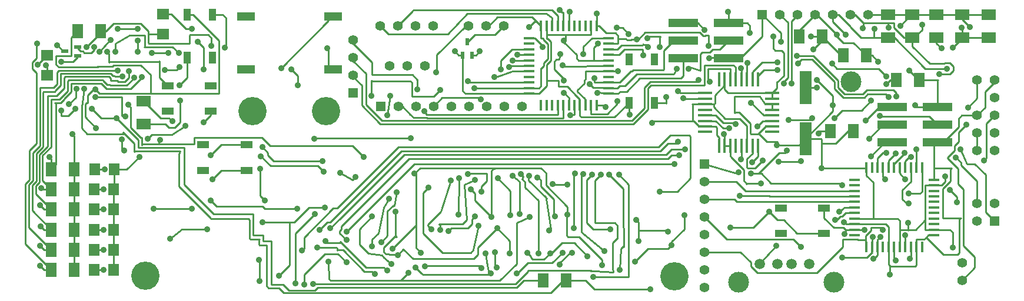
<source format=gbl>
G04 (created by PCBNEW (2013-may-18)-stable) date Wed Mar  9 13:55:34 2016*
%MOIN*%
G04 Gerber Fmt 3.4, Leading zero omitted, Abs format*
%FSLAX34Y34*%
G01*
G70*
G90*
G04 APERTURE LIST*
%ADD10C,0.00590551*%
%ADD11R,0.06X0.08*%
%ADD12R,0.08X0.06*%
%ADD13R,0.0629X0.0709*%
%ADD14R,0.0709X0.0629*%
%ADD15R,0.0708661X0.0433071*%
%ADD16R,0.0433071X0.0708661*%
%ADD17R,0.0394X0.0236*%
%ADD18R,0.0984252X0.0472441*%
%ADD19C,0.16*%
%ADD20R,0.06X0.016*%
%ADD21R,0.016X0.06*%
%ADD22R,0.0177X0.0787*%
%ADD23R,0.0787X0.0177*%
%ADD24C,0.055*%
%ADD25R,0.0236X0.0394*%
%ADD26R,0.055X0.055*%
%ADD27R,0.166929X0.05*%
%ADD28R,0.0708661X0.188976*%
%ADD29C,0.0591*%
%ADD30C,0.1181*%
%ADD31C,0.035*%
%ADD32C,0.01*%
G04 APERTURE END LIST*
G54D10*
G54D11*
X56377Y-48562D03*
X57677Y-48562D03*
X54881Y-62106D03*
X56181Y-62106D03*
X54881Y-60964D03*
X56181Y-60964D03*
X54881Y-56397D03*
X56181Y-56397D03*
X54881Y-57539D03*
X56181Y-57539D03*
X54881Y-58681D03*
X56181Y-58681D03*
X54881Y-59822D03*
X56181Y-59822D03*
G54D12*
X60098Y-53819D03*
X60098Y-52519D03*
G54D13*
X58452Y-56397D03*
X57334Y-56397D03*
X58413Y-60964D03*
X57295Y-60964D03*
X58413Y-59822D03*
X57295Y-59822D03*
X58413Y-58681D03*
X57295Y-58681D03*
X58413Y-57539D03*
X57295Y-57539D03*
X58413Y-62106D03*
X57295Y-62106D03*
G54D14*
X54625Y-49933D03*
X54625Y-51051D03*
X61200Y-48728D03*
X61200Y-47610D03*
G54D15*
X63484Y-56448D03*
X65924Y-56448D03*
X63484Y-55008D03*
X65924Y-55008D03*
G54D16*
X64007Y-50058D03*
X64007Y-47618D03*
X62567Y-50058D03*
X62567Y-47618D03*
G54D17*
X56377Y-49960D03*
X56377Y-49448D03*
X55629Y-49704D03*
G54D11*
X84055Y-62696D03*
X82755Y-62696D03*
G54D15*
X61476Y-53101D03*
X63916Y-53101D03*
X61476Y-51661D03*
X63916Y-51661D03*
G54D18*
X65905Y-50732D03*
X70826Y-50732D03*
X65905Y-47732D03*
X70826Y-47732D03*
G54D19*
X90177Y-62460D03*
X60216Y-62421D03*
X66279Y-53090D03*
X70452Y-53090D03*
G54D20*
X104868Y-58562D03*
X104868Y-58877D03*
X104868Y-59192D03*
X104868Y-59507D03*
X104868Y-59822D03*
X104868Y-60137D03*
X104868Y-58247D03*
X104868Y-57932D03*
X104868Y-57617D03*
X104868Y-57302D03*
X104868Y-56987D03*
X100368Y-58562D03*
X100368Y-58877D03*
X100368Y-59192D03*
X100368Y-59507D03*
X100368Y-59822D03*
X100368Y-60137D03*
X100368Y-58247D03*
X100368Y-57932D03*
X100368Y-57617D03*
X100368Y-57302D03*
X100368Y-56987D03*
G54D21*
X102618Y-60812D03*
X102618Y-56312D03*
X102303Y-60812D03*
X102303Y-56312D03*
X101988Y-56312D03*
X101988Y-60812D03*
X101673Y-60812D03*
X101673Y-56312D03*
X101358Y-56312D03*
X101358Y-60812D03*
X101043Y-60812D03*
X101043Y-56312D03*
X102933Y-56312D03*
X102933Y-60812D03*
X103248Y-60812D03*
X103248Y-56312D03*
X103563Y-56312D03*
X103563Y-60812D03*
X103878Y-60812D03*
X103878Y-56312D03*
X104193Y-56312D03*
X104193Y-60812D03*
X84192Y-48281D03*
X84507Y-48281D03*
X84822Y-48281D03*
X85137Y-48281D03*
X85452Y-48281D03*
X85767Y-48281D03*
X83877Y-48281D03*
X83562Y-48281D03*
X83247Y-48281D03*
X82932Y-48281D03*
X82617Y-48281D03*
X84192Y-52781D03*
X84507Y-52781D03*
X84822Y-52781D03*
X85137Y-52781D03*
X85452Y-52781D03*
X85767Y-52781D03*
X83877Y-52781D03*
X83562Y-52781D03*
X83247Y-52781D03*
X82932Y-52781D03*
X82617Y-52781D03*
G54D20*
X86442Y-50531D03*
X81942Y-50531D03*
X86442Y-50846D03*
X81942Y-50846D03*
X81942Y-51161D03*
X86442Y-51161D03*
X86442Y-51476D03*
X81942Y-51476D03*
X81942Y-51791D03*
X86442Y-51791D03*
X86442Y-52106D03*
X81942Y-52106D03*
X81942Y-50216D03*
X86442Y-50216D03*
X86442Y-49901D03*
X81942Y-49901D03*
X81942Y-49586D03*
X86442Y-49586D03*
X86442Y-49271D03*
X81942Y-49271D03*
X81942Y-48956D03*
X86442Y-48956D03*
G54D22*
X92706Y-55065D03*
X93021Y-55065D03*
X93336Y-55065D03*
X93651Y-55065D03*
X93966Y-55065D03*
X94281Y-55065D03*
X94596Y-55065D03*
X94911Y-55065D03*
X94909Y-51299D03*
X92699Y-51299D03*
X93019Y-51299D03*
X93339Y-51299D03*
X93649Y-51299D03*
X93969Y-51299D03*
X94279Y-51299D03*
X94599Y-51299D03*
G54D23*
X95699Y-54281D03*
X95699Y-53967D03*
X95699Y-53651D03*
X95699Y-53337D03*
X95699Y-53021D03*
X95699Y-52707D03*
X95699Y-52391D03*
X95699Y-52077D03*
X91919Y-54279D03*
X91919Y-53969D03*
X91919Y-53649D03*
X91919Y-53339D03*
X91919Y-53029D03*
X91919Y-52709D03*
X91919Y-52389D03*
X91919Y-52069D03*
G54D24*
X106476Y-62685D03*
X106476Y-61685D03*
G54D15*
X96201Y-60031D03*
X98641Y-60031D03*
X96201Y-58591D03*
X98641Y-58591D03*
G54D16*
X87606Y-50177D03*
X87606Y-52617D03*
X89046Y-50177D03*
X89046Y-52617D03*
G54D25*
X78188Y-49921D03*
X78700Y-49921D03*
X78444Y-49173D03*
G54D11*
X99015Y-54232D03*
X100315Y-54232D03*
X98543Y-48877D03*
X97243Y-48877D03*
X99724Y-49940D03*
X101024Y-49940D03*
X104055Y-51318D03*
X102755Y-51318D03*
G54D12*
X107972Y-47637D03*
X107972Y-48937D03*
X102263Y-47637D03*
X102263Y-48937D03*
X103641Y-47637D03*
X103641Y-48937D03*
X106476Y-47637D03*
X106476Y-48937D03*
X105019Y-48937D03*
X105019Y-47637D03*
G54D26*
X108314Y-59346D03*
G54D24*
X107314Y-59346D03*
X108314Y-58346D03*
X107314Y-58346D03*
X108314Y-55346D03*
X107314Y-55346D03*
X108314Y-54346D03*
X107314Y-54346D03*
X108314Y-53346D03*
X107314Y-53346D03*
X108314Y-52346D03*
X108314Y-51346D03*
X107314Y-51346D03*
G54D27*
X90668Y-50114D03*
X93228Y-50114D03*
X90668Y-49114D03*
X93228Y-49114D03*
X90668Y-48114D03*
X93228Y-48114D03*
X102519Y-54877D03*
X105079Y-54877D03*
X102519Y-53877D03*
X105079Y-53877D03*
X102519Y-52877D03*
X105079Y-52877D03*
G54D26*
X91870Y-56086D03*
G54D24*
X91870Y-57086D03*
X91870Y-58086D03*
X91870Y-59086D03*
X91870Y-60086D03*
X91870Y-61086D03*
X91870Y-62086D03*
X91870Y-63086D03*
G54D26*
X95141Y-47618D03*
G54D24*
X96141Y-47618D03*
X97141Y-47618D03*
X98141Y-47618D03*
X99141Y-47618D03*
X100141Y-47618D03*
X101141Y-47618D03*
G54D26*
X71988Y-52070D03*
G54D24*
X71988Y-51070D03*
X71988Y-50070D03*
X71988Y-49070D03*
G54D28*
X97598Y-54668D03*
X97598Y-51748D03*
G54D26*
X73527Y-52833D03*
G54D24*
X74527Y-52833D03*
X75527Y-52833D03*
X76527Y-52833D03*
X77527Y-52833D03*
X78527Y-52833D03*
X79527Y-52833D03*
X80527Y-52833D03*
X81527Y-52833D03*
X76027Y-50531D03*
X75027Y-50531D03*
X74027Y-50531D03*
X73507Y-48249D03*
X74507Y-48249D03*
X75507Y-48249D03*
X76507Y-48249D03*
X78507Y-48249D03*
X79507Y-48249D03*
X80507Y-48249D03*
G54D29*
X94997Y-61751D03*
X95997Y-61751D03*
X96797Y-61751D03*
X97797Y-61751D03*
G54D30*
X93797Y-62801D03*
X99197Y-62801D03*
X100177Y-51437D03*
G54D31*
X56870Y-49468D03*
X63956Y-49389D03*
X54114Y-50452D03*
X55452Y-53051D03*
X56240Y-52972D03*
X57185Y-52972D03*
X58562Y-53484D03*
X58523Y-49744D03*
X62106Y-49783D03*
X84389Y-61122D03*
X83681Y-61791D03*
X76043Y-61909D03*
X79232Y-61988D03*
X80019Y-61082D03*
X80098Y-61948D03*
X75492Y-61948D03*
X79783Y-62303D03*
X81240Y-62303D03*
X83838Y-61122D03*
X79468Y-61161D03*
X58051Y-49744D03*
X89822Y-59940D03*
X88129Y-60452D03*
X88011Y-59271D03*
X70570Y-61633D03*
X75098Y-62263D03*
X81988Y-59114D03*
X74153Y-61751D03*
X73051Y-59074D03*
X66751Y-55649D03*
X70295Y-56515D03*
X66830Y-55137D03*
X70255Y-55925D03*
X57303Y-49468D03*
X54232Y-61870D03*
X54074Y-49271D03*
X59783Y-48444D03*
X59783Y-49744D03*
X59783Y-49114D03*
X58641Y-48444D03*
X54232Y-60728D03*
X58641Y-50807D03*
X54271Y-59625D03*
X58917Y-51122D03*
X54311Y-57460D03*
X59586Y-51200D03*
X54232Y-58444D03*
X59271Y-50846D03*
X54783Y-55688D03*
X60019Y-51161D03*
X59074Y-53405D03*
X57381Y-52303D03*
X58248Y-49074D03*
X57618Y-49744D03*
X57421Y-54074D03*
X57381Y-51870D03*
X93641Y-53838D03*
X93287Y-54074D03*
X90374Y-51948D03*
X88405Y-49940D03*
X90688Y-52381D03*
X88681Y-49468D03*
X91555Y-51318D03*
X92185Y-51437D03*
X103248Y-60137D03*
X102303Y-52303D03*
X97185Y-50413D03*
X96003Y-50767D03*
X96003Y-50334D03*
X97106Y-49980D03*
X103523Y-61476D03*
X102736Y-52263D03*
X94586Y-56003D03*
X96358Y-51515D03*
X95177Y-55885D03*
X96791Y-51515D03*
X83681Y-47381D03*
X84232Y-47460D03*
X81279Y-49901D03*
X76003Y-53090D03*
X78484Y-51397D03*
X79192Y-52421D03*
X80334Y-50728D03*
X79980Y-51161D03*
X85019Y-49862D03*
X80807Y-50610D03*
X81003Y-50216D03*
X101712Y-50295D03*
X105925Y-60846D03*
X105492Y-56791D03*
X103799Y-52775D03*
X103405Y-59429D03*
X93326Y-59704D03*
X95531Y-58799D03*
X103484Y-50807D03*
X105925Y-49507D03*
X106437Y-48366D03*
X98523Y-56318D03*
X98248Y-51318D03*
X99153Y-52775D03*
X99389Y-48759D03*
X95925Y-60728D03*
X95059Y-57185D03*
X95964Y-55019D03*
X94429Y-48681D03*
X92972Y-54389D03*
X87657Y-53287D03*
X93208Y-47460D03*
X85846Y-49271D03*
X83917Y-49114D03*
X75610Y-51870D03*
X77736Y-49704D03*
X106122Y-55728D03*
X103562Y-55688D03*
X103248Y-56948D03*
X103444Y-58326D03*
X106358Y-55255D03*
X103877Y-55255D03*
X103208Y-55452D03*
X102185Y-55452D03*
X106161Y-58248D03*
X105767Y-57578D03*
X102106Y-56948D03*
X102696Y-55492D03*
X101988Y-59822D03*
X101318Y-55649D03*
X85807Y-52066D03*
X99665Y-61397D03*
X101397Y-60216D03*
X101791Y-53366D03*
X90964Y-50688D03*
X90295Y-50688D03*
X85374Y-51555D03*
X93877Y-57893D03*
X94311Y-50374D03*
X93956Y-50649D03*
X99822Y-60059D03*
X101003Y-53641D03*
X100925Y-59822D03*
X89704Y-52303D03*
X91870Y-48484D03*
X86948Y-52539D03*
X97342Y-60807D03*
X101200Y-54665D03*
X101830Y-60216D03*
X101437Y-61476D03*
X85649Y-51240D03*
X105177Y-51003D03*
X100846Y-48405D03*
X104192Y-48208D03*
X102303Y-48366D03*
X105610Y-50688D03*
X101515Y-48444D03*
X99862Y-48759D03*
X102185Y-51555D03*
X106909Y-48326D03*
X98051Y-49586D03*
X102972Y-48248D03*
X97893Y-48877D03*
X102185Y-51122D03*
X99114Y-50413D03*
X95767Y-48877D03*
X88917Y-53759D03*
X73917Y-53326D03*
X76673Y-50885D03*
X74074Y-52224D03*
X99665Y-57303D03*
X99783Y-59389D03*
X102381Y-62381D03*
X96555Y-55334D03*
X96200Y-49153D03*
X94507Y-56633D03*
X93799Y-56555D03*
X92145Y-50098D03*
X92106Y-49389D03*
X88051Y-49035D03*
X86988Y-50846D03*
X78838Y-51791D03*
X76909Y-51909D03*
X73011Y-52224D03*
X85767Y-47578D03*
X81948Y-48326D03*
X101318Y-52500D03*
X97342Y-55925D03*
X96082Y-55964D03*
X93956Y-55846D03*
X97972Y-53484D03*
X96633Y-53602D03*
X99232Y-53484D03*
X68799Y-58641D03*
X63917Y-58169D03*
X90177Y-56082D03*
X71594Y-59940D03*
X69704Y-62893D03*
X86003Y-56712D03*
X71594Y-60413D03*
X90452Y-55610D03*
X70688Y-59744D03*
X90767Y-55255D03*
X70059Y-59822D03*
X90374Y-54822D03*
X89350Y-57657D03*
X69074Y-61003D03*
X66673Y-62736D03*
X66633Y-61515D03*
X70413Y-60452D03*
X73917Y-62145D03*
X85570Y-62500D03*
X87027Y-56712D03*
X69940Y-60846D03*
X73208Y-62342D03*
X87066Y-62106D03*
X86476Y-56712D03*
X63917Y-55610D03*
X66712Y-56358D03*
X66988Y-58169D03*
X73051Y-60767D03*
X73996Y-58051D03*
X74429Y-57696D03*
X73562Y-60531D03*
X88799Y-63208D03*
X56751Y-51830D03*
X56082Y-54389D03*
X56318Y-51830D03*
X55885Y-52696D03*
X55452Y-50295D03*
X63523Y-53720D03*
X64704Y-49507D03*
X90728Y-58996D03*
X87933Y-61633D03*
X86082Y-61830D03*
X90019Y-60688D03*
X63996Y-56948D03*
X63720Y-59783D03*
X61594Y-60334D03*
X70374Y-58562D03*
X66830Y-59389D03*
X67775Y-62421D03*
X74192Y-60885D03*
X75255Y-54625D03*
X69783Y-54665D03*
X75807Y-61122D03*
X78641Y-57539D03*
X75452Y-56633D03*
X79822Y-59114D03*
X84114Y-58956D03*
X76240Y-57421D03*
X79074Y-59586D03*
X94507Y-52618D03*
X98326Y-54350D03*
X99271Y-59271D03*
X82696Y-49468D03*
X103444Y-57775D03*
X102696Y-61555D03*
X107696Y-55885D03*
X106712Y-53877D03*
X106791Y-52893D03*
X83720Y-49862D03*
X83917Y-51358D03*
X86279Y-52854D03*
X79153Y-49704D03*
X99507Y-58799D03*
X105295Y-49547D03*
X98248Y-51751D03*
X84271Y-53326D03*
X83917Y-52066D03*
X86909Y-48366D03*
X87578Y-48720D03*
X89350Y-49468D03*
X88641Y-48956D03*
X80885Y-58996D03*
X80177Y-56909D03*
X83838Y-50492D03*
X94862Y-53956D03*
X82421Y-56870D03*
X83405Y-59074D03*
X83090Y-59862D03*
X81948Y-56751D03*
X82460Y-61161D03*
X81476Y-56673D03*
X81397Y-58917D03*
X81003Y-56751D03*
X76909Y-59822D03*
X78877Y-56988D03*
X79232Y-57657D03*
X78877Y-59074D03*
X78484Y-56673D03*
X77381Y-59901D03*
X86555Y-59783D03*
X85492Y-56712D03*
X85019Y-56673D03*
X86200Y-61043D03*
X84468Y-59744D03*
X84547Y-56633D03*
X84114Y-57263D03*
X83287Y-57224D03*
X77972Y-56909D03*
X77933Y-58956D03*
X77500Y-57027D03*
X76397Y-59783D03*
X67893Y-50649D03*
X70492Y-49547D03*
X68838Y-51633D03*
X68484Y-50728D03*
X69192Y-62933D03*
X71594Y-61673D03*
X57854Y-62106D03*
X55216Y-49350D03*
X57854Y-59822D03*
X57854Y-60964D03*
X54586Y-50492D03*
X61318Y-50767D03*
X63169Y-49153D03*
X63523Y-50728D03*
X62145Y-50610D03*
X62854Y-48444D03*
X61751Y-53681D03*
X62185Y-52500D03*
X62145Y-51633D03*
X57893Y-56397D03*
X57854Y-57539D03*
X57854Y-58681D03*
X62460Y-53917D03*
X60334Y-54665D03*
X58877Y-54704D03*
X58996Y-55334D03*
X61515Y-49783D03*
X60570Y-49783D03*
X62854Y-58641D03*
X60688Y-58641D03*
X85255Y-61318D03*
X68720Y-62854D03*
X69822Y-58917D03*
X74389Y-58799D03*
X72106Y-56830D03*
X71240Y-56594D03*
X74507Y-61279D03*
X81830Y-61122D03*
X80846Y-61161D03*
X80137Y-59744D03*
X83129Y-61161D03*
X59862Y-55688D03*
X61043Y-54744D03*
X72578Y-55688D03*
X59232Y-52736D03*
G54D32*
X58307Y-48228D02*
X58405Y-48129D01*
X60374Y-48562D02*
X59940Y-48129D01*
X60374Y-48562D02*
X60374Y-48720D01*
X59940Y-48129D02*
X58405Y-48129D01*
X57972Y-48562D02*
X58307Y-48228D01*
X58307Y-48228D02*
X58366Y-48169D01*
X57677Y-48562D02*
X57972Y-48562D01*
X56870Y-49468D02*
X57677Y-48661D01*
X57677Y-48661D02*
X57677Y-48562D01*
X62696Y-49271D02*
X62696Y-48799D01*
X60374Y-49232D02*
X60374Y-48720D01*
X60413Y-49271D02*
X60374Y-49232D01*
X62696Y-49271D02*
X60413Y-49271D01*
X62696Y-48799D02*
X62736Y-48759D01*
X62736Y-48759D02*
X63759Y-48759D01*
X63759Y-48759D02*
X63956Y-48956D01*
X63956Y-48956D02*
X63956Y-49389D01*
X61200Y-48728D02*
X60374Y-48728D01*
X60374Y-48728D02*
X60381Y-48720D01*
X60381Y-48720D02*
X60413Y-48720D01*
X60413Y-48720D02*
X60374Y-48720D01*
X54625Y-49940D02*
X54625Y-49933D01*
X54114Y-50452D02*
X54625Y-49940D01*
X55452Y-53366D02*
X55452Y-53051D01*
X55846Y-53366D02*
X55452Y-53366D01*
X56240Y-52972D02*
X55846Y-53366D01*
X58562Y-53484D02*
X57696Y-53484D01*
X57696Y-53484D02*
X57185Y-52972D01*
X61724Y-49454D02*
X60151Y-49454D01*
X60177Y-49429D02*
X60177Y-48799D01*
X60151Y-49454D02*
X60177Y-49429D01*
X67972Y-62933D02*
X67342Y-62933D01*
X59822Y-54744D02*
X58562Y-53484D01*
X59822Y-55177D02*
X59822Y-54744D01*
X62421Y-55177D02*
X59822Y-55177D01*
X62421Y-57263D02*
X62421Y-55177D01*
X64074Y-58917D02*
X62421Y-57263D01*
X66318Y-58917D02*
X64074Y-58917D01*
X66318Y-60137D02*
X66318Y-58917D01*
X66633Y-60137D02*
X66318Y-60137D01*
X66673Y-60137D02*
X66633Y-60137D01*
X66870Y-60137D02*
X66673Y-60137D01*
X66870Y-60374D02*
X66870Y-60137D01*
X66870Y-60452D02*
X66870Y-60374D01*
X67342Y-60452D02*
X66870Y-60452D01*
X67342Y-62933D02*
X67342Y-60452D01*
X82755Y-62696D02*
X81633Y-62696D01*
X68011Y-62933D02*
X67972Y-62933D01*
X67972Y-62933D02*
X67893Y-62933D01*
X68326Y-63248D02*
X68011Y-62933D01*
X69822Y-63248D02*
X68326Y-63248D01*
X69980Y-63090D02*
X69822Y-63248D01*
X81240Y-63090D02*
X69980Y-63090D01*
X81633Y-62696D02*
X81240Y-63090D01*
X58523Y-49271D02*
X58523Y-49744D01*
X59311Y-48799D02*
X58523Y-49271D01*
X60177Y-48799D02*
X59311Y-48799D01*
X62106Y-49783D02*
X61724Y-49454D01*
X84389Y-61122D02*
X84271Y-61122D01*
X83681Y-61712D02*
X83681Y-61791D01*
X84271Y-61122D02*
X83681Y-61712D01*
X76082Y-61870D02*
X76043Y-61909D01*
X79114Y-61870D02*
X76082Y-61870D01*
X79232Y-61988D02*
X79114Y-61870D01*
X80019Y-61870D02*
X80019Y-61082D01*
X80098Y-61948D02*
X80019Y-61870D01*
X79704Y-62381D02*
X79783Y-62303D01*
X75925Y-62381D02*
X79704Y-62381D01*
X75846Y-62303D02*
X75925Y-62381D01*
X75492Y-61948D02*
X75846Y-62303D01*
X81240Y-62303D02*
X81240Y-62342D01*
X83248Y-61712D02*
X83838Y-61122D01*
X81870Y-61712D02*
X83248Y-61712D01*
X81240Y-62342D02*
X81870Y-61712D01*
X79685Y-62322D02*
X79763Y-62322D01*
X79763Y-62322D02*
X79783Y-62303D01*
X79547Y-61633D02*
X79586Y-61830D01*
X79586Y-61830D02*
X79685Y-62322D01*
X79685Y-62322D02*
X79704Y-62342D01*
X79547Y-61633D02*
X79468Y-61161D01*
X61003Y-51161D02*
X61003Y-51188D01*
X61003Y-51188D02*
X61476Y-51661D01*
X61003Y-51161D02*
X61003Y-50334D01*
X60964Y-50295D02*
X59586Y-50295D01*
X61003Y-50255D02*
X60964Y-50295D01*
X61003Y-50334D02*
X61003Y-50255D01*
X58051Y-49744D02*
X58129Y-49822D01*
X58129Y-49822D02*
X58129Y-50334D01*
X58129Y-50334D02*
X58169Y-50295D01*
X58169Y-50295D02*
X59586Y-50295D01*
X89744Y-59862D02*
X89822Y-59940D01*
X88129Y-59862D02*
X89744Y-59862D01*
X88129Y-59389D02*
X88129Y-59862D01*
X88129Y-59862D02*
X88129Y-60452D01*
X88129Y-60452D02*
X88129Y-60492D01*
X88011Y-59271D02*
X88129Y-59389D01*
X70570Y-61633D02*
X70610Y-62618D01*
X70692Y-62700D02*
X74665Y-62700D01*
X70610Y-62618D02*
X70692Y-62700D01*
X74665Y-62700D02*
X74665Y-62696D01*
X74665Y-62696D02*
X75098Y-62263D01*
X81236Y-59440D02*
X81236Y-61755D01*
X80284Y-62707D02*
X79890Y-62707D01*
X81236Y-61755D02*
X80284Y-62707D01*
X74665Y-62700D02*
X79890Y-62707D01*
X81240Y-59429D02*
X81236Y-59440D01*
X81988Y-59114D02*
X81240Y-59429D01*
X74153Y-61751D02*
X73720Y-61397D01*
X72854Y-61161D02*
X72342Y-60649D01*
X73602Y-61279D02*
X72854Y-61161D01*
X73720Y-61397D02*
X73602Y-61279D01*
X72342Y-60649D02*
X72381Y-60649D01*
X72342Y-60649D02*
X72342Y-59783D01*
X73051Y-59074D02*
X72342Y-59783D01*
X67303Y-56200D02*
X66751Y-55649D01*
X69980Y-56200D02*
X67303Y-56200D01*
X70295Y-56515D02*
X69980Y-56200D01*
X67145Y-55452D02*
X66830Y-55137D01*
X67145Y-55610D02*
X67145Y-55452D01*
X67460Y-55925D02*
X67145Y-55610D01*
X70255Y-55925D02*
X67460Y-55925D01*
X56377Y-49448D02*
X56377Y-49527D01*
X57303Y-49625D02*
X57303Y-49468D01*
X57145Y-49783D02*
X57303Y-49625D01*
X56751Y-49783D02*
X57145Y-49783D01*
X56673Y-49704D02*
X56751Y-49783D01*
X56555Y-49704D02*
X56673Y-49704D01*
X56377Y-49527D02*
X56555Y-49704D01*
X54881Y-62106D02*
X54468Y-62106D01*
X54468Y-62106D02*
X54232Y-61870D01*
X53405Y-60630D02*
X54881Y-62106D01*
X53405Y-57224D02*
X53405Y-60630D01*
X53641Y-56988D02*
X53405Y-57224D01*
X53641Y-55334D02*
X53641Y-56988D01*
X54035Y-54940D02*
X53641Y-55334D01*
X54035Y-50925D02*
X54035Y-54940D01*
X53799Y-50688D02*
X54035Y-50925D01*
X53799Y-50334D02*
X53799Y-50688D01*
X54035Y-50098D02*
X53799Y-50334D01*
X54035Y-49311D02*
X54035Y-50098D01*
X54074Y-49271D02*
X54035Y-49311D01*
X59783Y-49744D02*
X59783Y-49114D01*
X59783Y-48444D02*
X58641Y-48444D01*
X54881Y-60964D02*
X54468Y-60964D01*
X54468Y-60964D02*
X54232Y-60728D01*
X54232Y-52106D02*
X54232Y-55059D01*
X55295Y-50807D02*
X55216Y-50885D01*
X55216Y-50885D02*
X55216Y-51555D01*
X55216Y-51555D02*
X55019Y-51751D01*
X55019Y-51751D02*
X54232Y-51751D01*
X54232Y-51751D02*
X54232Y-52106D01*
X58641Y-50807D02*
X55688Y-50807D01*
X55688Y-50807D02*
X55295Y-50807D01*
X53602Y-59685D02*
X54881Y-60964D01*
X53602Y-57263D02*
X53602Y-59685D01*
X53838Y-57027D02*
X53602Y-57263D01*
X53838Y-55452D02*
X53838Y-57027D01*
X54232Y-55059D02*
X53838Y-55452D01*
X54881Y-59822D02*
X54468Y-59822D01*
X54468Y-59822D02*
X54271Y-59625D01*
X54392Y-52106D02*
X54392Y-55135D01*
X55413Y-50967D02*
X55413Y-51633D01*
X55413Y-51633D02*
X55137Y-51909D01*
X55137Y-51909D02*
X55059Y-51988D01*
X55059Y-51988D02*
X54431Y-51988D01*
X54431Y-51988D02*
X54392Y-52027D01*
X54392Y-52027D02*
X54392Y-52106D01*
X58366Y-51085D02*
X58248Y-50967D01*
X58408Y-51085D02*
X58366Y-51085D01*
X58484Y-51085D02*
X58408Y-51085D01*
X58484Y-51122D02*
X58484Y-51085D01*
X58917Y-51122D02*
X58484Y-51122D01*
X58248Y-50967D02*
X55413Y-50967D01*
X53799Y-58740D02*
X54881Y-59822D01*
X53799Y-57312D02*
X53799Y-58740D01*
X54032Y-57079D02*
X53799Y-57312D01*
X54032Y-55494D02*
X54032Y-57079D01*
X54392Y-55135D02*
X54032Y-55494D01*
X54881Y-57539D02*
X54389Y-57539D01*
X54389Y-57539D02*
X54311Y-57460D01*
X54389Y-56909D02*
X54389Y-57047D01*
X54862Y-55137D02*
X54389Y-55610D01*
X54389Y-55610D02*
X54389Y-56909D01*
X57814Y-51327D02*
X55877Y-51327D01*
X59586Y-51200D02*
X59586Y-51240D01*
X59586Y-51240D02*
X59153Y-51633D01*
X59153Y-51633D02*
X58444Y-51633D01*
X58444Y-51633D02*
X58208Y-51633D01*
X58208Y-51633D02*
X58208Y-51594D01*
X58208Y-51594D02*
X58129Y-51594D01*
X58129Y-51594D02*
X58090Y-51594D01*
X58090Y-51594D02*
X58051Y-51594D01*
X58051Y-51594D02*
X57814Y-51358D01*
X57814Y-51358D02*
X57814Y-51327D01*
X55334Y-52421D02*
X54862Y-52421D01*
X55807Y-51948D02*
X55334Y-52421D01*
X55807Y-51397D02*
X55807Y-51948D01*
X55877Y-51327D02*
X55807Y-51397D01*
X54862Y-52421D02*
X54862Y-55137D01*
X54389Y-57047D02*
X54881Y-57539D01*
X54881Y-58681D02*
X54468Y-58681D01*
X54468Y-58681D02*
X54232Y-58444D01*
X54665Y-52224D02*
X54665Y-55098D01*
X55683Y-51127D02*
X55610Y-51200D01*
X55610Y-51200D02*
X55610Y-51791D01*
X55610Y-51791D02*
X55177Y-52224D01*
X55177Y-52224D02*
X54665Y-52224D01*
X58237Y-51234D02*
X58129Y-51127D01*
X58237Y-51352D02*
X58237Y-51234D01*
X58321Y-51352D02*
X58237Y-51352D01*
X58321Y-51358D02*
X58321Y-51352D01*
X58360Y-51358D02*
X58321Y-51358D01*
X58638Y-51358D02*
X58360Y-51358D01*
X58638Y-51437D02*
X58638Y-51358D01*
X58759Y-51437D02*
X58638Y-51437D01*
X59035Y-51437D02*
X58759Y-51437D01*
X59271Y-51200D02*
X59035Y-51437D01*
X59271Y-50846D02*
X59271Y-51200D01*
X58129Y-51127D02*
X55683Y-51127D01*
X53996Y-57795D02*
X54881Y-58681D01*
X53996Y-57342D02*
X53996Y-57795D01*
X54192Y-57145D02*
X53996Y-57342D01*
X54192Y-55570D02*
X54192Y-57145D01*
X54665Y-55098D02*
X54192Y-55570D01*
X54881Y-56397D02*
X54881Y-55787D01*
X54881Y-55787D02*
X54783Y-55688D01*
X55137Y-52618D02*
X55137Y-56141D01*
X55137Y-56141D02*
X54881Y-56397D01*
X57263Y-51515D02*
X56003Y-51515D01*
X59389Y-51830D02*
X58011Y-51830D01*
X59980Y-51240D02*
X59389Y-51830D01*
X60019Y-51240D02*
X59980Y-51240D01*
X60019Y-51240D02*
X60019Y-51161D01*
X57696Y-51515D02*
X57263Y-51515D01*
X58011Y-51830D02*
X57696Y-51515D01*
X55413Y-52618D02*
X55137Y-52618D01*
X55137Y-52618D02*
X55059Y-52618D01*
X55595Y-52436D02*
X55413Y-52618D01*
X55595Y-52396D02*
X55595Y-52436D01*
X56003Y-51988D02*
X55595Y-52396D01*
X56003Y-51515D02*
X56003Y-51988D01*
X57381Y-52303D02*
X58877Y-52303D01*
X59074Y-53366D02*
X59074Y-53405D01*
X58877Y-53366D02*
X59074Y-53366D01*
X58877Y-52303D02*
X58877Y-53366D01*
X58208Y-49074D02*
X58248Y-49074D01*
X57618Y-49744D02*
X58208Y-49074D01*
X56948Y-52618D02*
X56870Y-52618D01*
X56791Y-53444D02*
X57421Y-54074D01*
X56791Y-52696D02*
X56791Y-53444D01*
X56870Y-52618D02*
X56791Y-52696D01*
X55137Y-50452D02*
X55295Y-50610D01*
X56003Y-49980D02*
X55137Y-49980D01*
X57539Y-50610D02*
X57539Y-50570D01*
X55295Y-50610D02*
X57539Y-50610D01*
X55137Y-50019D02*
X55137Y-50452D01*
X55137Y-49980D02*
X55137Y-50019D01*
X56003Y-48936D02*
X56377Y-48562D01*
X56003Y-49980D02*
X56003Y-48936D01*
X57460Y-50570D02*
X57539Y-50570D01*
X60492Y-51043D02*
X60492Y-52106D01*
X57539Y-50570D02*
X58326Y-50570D01*
X58326Y-50570D02*
X58405Y-50492D01*
X58405Y-50492D02*
X59940Y-50492D01*
X59940Y-50492D02*
X60492Y-51043D01*
X57381Y-51870D02*
X57263Y-51870D01*
X56948Y-52185D02*
X56948Y-52618D01*
X57263Y-51870D02*
X56948Y-52185D01*
X62567Y-47618D02*
X62894Y-47618D01*
X64389Y-49114D02*
X64389Y-51358D01*
X62894Y-47618D02*
X64389Y-49114D01*
X64389Y-52106D02*
X64389Y-51358D01*
X64389Y-51358D02*
X64389Y-51003D01*
X57618Y-52106D02*
X60492Y-52106D01*
X60492Y-52106D02*
X64389Y-52106D01*
X57381Y-51870D02*
X57618Y-52106D01*
X91919Y-53339D02*
X92512Y-53339D01*
X93562Y-53759D02*
X93641Y-53838D01*
X92933Y-53759D02*
X93562Y-53759D01*
X92512Y-53339D02*
X92933Y-53759D01*
X91919Y-53649D02*
X92507Y-53649D01*
X92933Y-54074D02*
X93287Y-54074D01*
X92507Y-53649D02*
X92933Y-54074D01*
X90494Y-52069D02*
X91919Y-52069D01*
X90374Y-51948D02*
X90494Y-52069D01*
X88405Y-49940D02*
X88366Y-49901D01*
X88366Y-49901D02*
X88366Y-49586D01*
X87027Y-49901D02*
X86442Y-49901D01*
X87342Y-49586D02*
X88366Y-49586D01*
X87027Y-49901D02*
X87342Y-49586D01*
X90696Y-52389D02*
X91919Y-52389D01*
X90688Y-52381D02*
X90696Y-52389D01*
X88385Y-49330D02*
X88543Y-49330D01*
X88543Y-49330D02*
X88681Y-49468D01*
X86442Y-49586D02*
X86948Y-49586D01*
X88366Y-49350D02*
X88385Y-49330D01*
X88385Y-49330D02*
X88405Y-49311D01*
X87184Y-49350D02*
X88366Y-49350D01*
X86948Y-49586D02*
X87184Y-49350D01*
X72460Y-52460D02*
X72460Y-52775D01*
X73523Y-53838D02*
X73562Y-53838D01*
X72460Y-52775D02*
X73523Y-53838D01*
X74507Y-53838D02*
X73562Y-53838D01*
X75688Y-53838D02*
X76437Y-53838D01*
X88681Y-52933D02*
X88681Y-53011D01*
X88681Y-53011D02*
X87854Y-53838D01*
X87854Y-53838D02*
X76437Y-53838D01*
X92421Y-50492D02*
X91870Y-50492D01*
X91870Y-50492D02*
X91870Y-51633D01*
X93649Y-51299D02*
X93649Y-50617D01*
X88838Y-51633D02*
X91082Y-51633D01*
X88681Y-51791D02*
X88838Y-51633D01*
X88681Y-51791D02*
X88681Y-52933D01*
X91870Y-51633D02*
X91082Y-51633D01*
X93523Y-50492D02*
X92421Y-50492D01*
X93641Y-50610D02*
X93523Y-50492D01*
X93649Y-50617D02*
X93641Y-50610D01*
X75688Y-53838D02*
X74507Y-53838D01*
X71988Y-51161D02*
X72460Y-51633D01*
X71988Y-51161D02*
X71988Y-51070D01*
X72460Y-51633D02*
X72460Y-52460D01*
X73799Y-53641D02*
X73602Y-53641D01*
X73602Y-53641D02*
X72696Y-52736D01*
X74547Y-53641D02*
X73799Y-53641D01*
X76358Y-53644D02*
X75731Y-53644D01*
X75731Y-53644D02*
X75728Y-53641D01*
X88484Y-51751D02*
X88484Y-52933D01*
X71988Y-50070D02*
X71988Y-50255D01*
X71988Y-50255D02*
X72696Y-50964D01*
X72696Y-50964D02*
X72696Y-52736D01*
X74547Y-53641D02*
X75728Y-53641D01*
X86476Y-53641D02*
X86473Y-53644D01*
X86473Y-53644D02*
X76515Y-53644D01*
X86476Y-53641D02*
X87775Y-53641D01*
X76358Y-53644D02*
X76515Y-53644D01*
X88799Y-51437D02*
X91082Y-51437D01*
X88484Y-51751D02*
X88799Y-51437D01*
X87775Y-53641D02*
X88484Y-52933D01*
X93339Y-51299D02*
X93339Y-50701D01*
X91437Y-51437D02*
X91082Y-51437D01*
X91555Y-51318D02*
X91437Y-51437D01*
X92066Y-51437D02*
X92185Y-51437D01*
X92066Y-50688D02*
X92066Y-51437D01*
X93326Y-50688D02*
X92066Y-50688D01*
X93339Y-50701D02*
X93326Y-50688D01*
X91082Y-51437D02*
X91082Y-51437D01*
X100531Y-52342D02*
X100925Y-52342D01*
X97185Y-50374D02*
X97381Y-50177D01*
X97381Y-50177D02*
X97972Y-50177D01*
X97972Y-50177D02*
X99232Y-51437D01*
X99232Y-51437D02*
X99232Y-51830D01*
X99232Y-51830D02*
X99744Y-52342D01*
X99744Y-52342D02*
X100531Y-52342D01*
X97185Y-50413D02*
X97185Y-50374D01*
X103248Y-60137D02*
X103248Y-60812D01*
X103248Y-60137D02*
X103248Y-60137D01*
X102145Y-52145D02*
X102303Y-52303D01*
X101122Y-52145D02*
X102145Y-52145D01*
X100925Y-52342D02*
X101122Y-52145D01*
X94909Y-51299D02*
X94909Y-51114D01*
X95255Y-50767D02*
X96003Y-50767D01*
X94909Y-51114D02*
X95255Y-50767D01*
X97185Y-50413D02*
X97185Y-50452D01*
X97185Y-50452D02*
X97185Y-50413D01*
X100452Y-52145D02*
X100846Y-52145D01*
X98051Y-49980D02*
X99429Y-51358D01*
X99429Y-51358D02*
X99429Y-51751D01*
X99429Y-51751D02*
X99822Y-52145D01*
X99822Y-52145D02*
X100452Y-52145D01*
X94599Y-50873D02*
X95137Y-50334D01*
X95137Y-50334D02*
X96003Y-50334D01*
X94599Y-51299D02*
X94599Y-50873D01*
X97106Y-49980D02*
X98051Y-49980D01*
X103563Y-61436D02*
X103563Y-60812D01*
X103523Y-61476D02*
X103563Y-61436D01*
X102736Y-52066D02*
X102736Y-52263D01*
X102578Y-51909D02*
X102736Y-52066D01*
X102421Y-51909D02*
X102578Y-51909D01*
X102342Y-51909D02*
X102421Y-51909D01*
X102263Y-51909D02*
X102342Y-51909D01*
X102030Y-51909D02*
X102263Y-51909D01*
X101082Y-51909D02*
X102030Y-51909D01*
X100846Y-52145D02*
X101082Y-51909D01*
X96358Y-51515D02*
X96358Y-51437D01*
X96594Y-48070D02*
X96141Y-47618D01*
X96594Y-51200D02*
X96594Y-48070D01*
X96358Y-51437D02*
X96594Y-51200D01*
X94911Y-55679D02*
X94911Y-55065D01*
X94586Y-56003D02*
X94911Y-55679D01*
X96791Y-51515D02*
X96791Y-48011D01*
X97141Y-47618D02*
X97141Y-47661D01*
X97141Y-47661D02*
X96791Y-48011D01*
X94596Y-55482D02*
X94596Y-55065D01*
X94271Y-55807D02*
X94596Y-55482D01*
X94271Y-56279D02*
X94271Y-55807D01*
X94311Y-56318D02*
X94271Y-56279D01*
X94744Y-56318D02*
X94311Y-56318D01*
X95177Y-55885D02*
X94744Y-56318D01*
X83247Y-48281D02*
X83247Y-47814D01*
X73978Y-48720D02*
X73507Y-48249D01*
X77342Y-48720D02*
X73978Y-48720D01*
X78444Y-47578D02*
X77342Y-48720D01*
X82893Y-47578D02*
X78444Y-47578D01*
X83247Y-47814D02*
X82893Y-47578D01*
X78366Y-47381D02*
X75374Y-47381D01*
X75334Y-47421D02*
X75334Y-47422D01*
X75335Y-47421D02*
X75334Y-47421D01*
X75374Y-47381D02*
X75335Y-47421D01*
X83346Y-47480D02*
X83248Y-47381D01*
X75334Y-47422D02*
X74507Y-48249D01*
X83248Y-47381D02*
X78366Y-47381D01*
X83562Y-48281D02*
X83562Y-47696D01*
X83562Y-47696D02*
X83346Y-47480D01*
X83877Y-47500D02*
X83799Y-47500D01*
X83799Y-47500D02*
X83681Y-47381D01*
X83877Y-48281D02*
X83877Y-47500D01*
X83877Y-47500D02*
X83877Y-47499D01*
X84192Y-47500D02*
X84192Y-48281D01*
X84232Y-47460D02*
X84192Y-47500D01*
X81279Y-49901D02*
X81942Y-49901D01*
X81279Y-49901D02*
X81279Y-49901D01*
X83562Y-52781D02*
X83562Y-53287D01*
X83562Y-53287D02*
X76122Y-53287D01*
X76122Y-53208D02*
X76122Y-53287D01*
X76003Y-53090D02*
X76122Y-53208D01*
X75807Y-53464D02*
X76141Y-53464D01*
X76141Y-53464D02*
X76161Y-53484D01*
X75393Y-53464D02*
X75807Y-53464D01*
X83877Y-53484D02*
X76161Y-53484D01*
X83877Y-53484D02*
X83877Y-53287D01*
X83877Y-53287D02*
X83877Y-52781D01*
X75216Y-53287D02*
X75393Y-53464D01*
X74527Y-52833D02*
X74762Y-52833D01*
X74762Y-52833D02*
X75216Y-53287D01*
X81942Y-51476D02*
X78563Y-51476D01*
X78563Y-51476D02*
X78484Y-51397D01*
X81942Y-49586D02*
X80964Y-49586D01*
X77018Y-52342D02*
X76527Y-52833D01*
X79114Y-52342D02*
X77018Y-52342D01*
X79192Y-52421D02*
X79114Y-52342D01*
X80334Y-50216D02*
X80334Y-50728D01*
X80964Y-49586D02*
X80334Y-50216D01*
X81942Y-50846D02*
X81003Y-50846D01*
X80059Y-51161D02*
X79980Y-51161D01*
X81003Y-50846D02*
X80059Y-51161D01*
X85964Y-48956D02*
X85492Y-48956D01*
X85019Y-49429D02*
X85019Y-49862D01*
X85492Y-48956D02*
X85019Y-49429D01*
X85964Y-48956D02*
X86442Y-48956D01*
X80885Y-50531D02*
X81942Y-50531D01*
X80807Y-50610D02*
X80885Y-50531D01*
X81942Y-50216D02*
X81003Y-50216D01*
X81003Y-50216D02*
X81003Y-50216D01*
X101358Y-49940D02*
X101024Y-49940D01*
X101712Y-50295D02*
X101358Y-49940D01*
X107314Y-55346D02*
X107314Y-54346D01*
X104868Y-59822D02*
X105767Y-59822D01*
X105925Y-59980D02*
X105925Y-60846D01*
X105767Y-59822D02*
X105925Y-59980D01*
X104868Y-57302D02*
X105295Y-57302D01*
X105492Y-57106D02*
X105492Y-56791D01*
X105295Y-57302D02*
X105492Y-57106D01*
X103901Y-52877D02*
X105079Y-52877D01*
X103799Y-52775D02*
X103901Y-52877D01*
X103405Y-59429D02*
X103405Y-59822D01*
X103405Y-59822D02*
X103405Y-59862D01*
X103405Y-59862D02*
X103405Y-59822D01*
X98641Y-60031D02*
X97117Y-60031D01*
X96003Y-59271D02*
X95531Y-58799D01*
X96358Y-59271D02*
X96003Y-59271D01*
X97117Y-60031D02*
X96358Y-59271D01*
X101043Y-56312D02*
X101043Y-56751D01*
X101437Y-57145D02*
X101437Y-59192D01*
X101043Y-56751D02*
X101437Y-57145D01*
X104055Y-51318D02*
X105098Y-51318D01*
X105079Y-51338D02*
X105079Y-52877D01*
X105098Y-51318D02*
X105079Y-51338D01*
X102815Y-59192D02*
X101437Y-59192D01*
X101437Y-59192D02*
X100885Y-59192D01*
X98523Y-56318D02*
X101037Y-56318D01*
X101037Y-56318D02*
X101043Y-56312D01*
X94625Y-59704D02*
X93326Y-59704D01*
X95531Y-58799D02*
X94625Y-59704D01*
X106476Y-48937D02*
X107972Y-48937D01*
X104055Y-51318D02*
X103996Y-51318D01*
X103996Y-51318D02*
X103484Y-50807D01*
X106476Y-48956D02*
X106476Y-48937D01*
X105925Y-49507D02*
X106476Y-48956D01*
X106476Y-48405D02*
X106476Y-48937D01*
X106437Y-48366D02*
X106476Y-48405D01*
X100315Y-54232D02*
X100019Y-54232D01*
X99311Y-54940D02*
X98523Y-54940D01*
X100019Y-54232D02*
X99311Y-54940D01*
X97598Y-54668D02*
X98487Y-54668D01*
X98523Y-54704D02*
X98523Y-54940D01*
X98523Y-54940D02*
X98523Y-56318D01*
X98487Y-54668D02*
X98523Y-54704D01*
X93366Y-55649D02*
X93366Y-55688D01*
X93366Y-55688D02*
X94094Y-56417D01*
X99153Y-52775D02*
X99153Y-53113D01*
X99153Y-53113D02*
X97598Y-54668D01*
X95964Y-55019D02*
X97247Y-55019D01*
X97247Y-55019D02*
X97598Y-54668D01*
X97243Y-48877D02*
X97243Y-48516D01*
X97243Y-48516D02*
X98141Y-47618D01*
X99389Y-48759D02*
X99389Y-48877D01*
X99389Y-48877D02*
X99744Y-49232D01*
X99744Y-49232D02*
X100315Y-49232D01*
X100315Y-49232D02*
X101024Y-49940D01*
X99153Y-52775D02*
X99153Y-52224D01*
X99153Y-52224D02*
X98484Y-51555D01*
X98248Y-51318D02*
X98484Y-51555D01*
X98248Y-47618D02*
X98141Y-47618D01*
X99389Y-48759D02*
X98248Y-47618D01*
X94997Y-61734D02*
X94997Y-61751D01*
X95925Y-60728D02*
X94997Y-61734D01*
X94094Y-56948D02*
X94094Y-57047D01*
X94094Y-57047D02*
X94232Y-57185D01*
X94232Y-57185D02*
X94271Y-57224D01*
X94271Y-57224D02*
X94271Y-57185D01*
X95059Y-57185D02*
X94271Y-57185D01*
X94271Y-57185D02*
X94232Y-57185D01*
X94094Y-56968D02*
X94094Y-56948D01*
X94094Y-56948D02*
X94094Y-56417D01*
X93336Y-55649D02*
X93366Y-55649D01*
X93366Y-55649D02*
X93336Y-55649D01*
X93336Y-55065D02*
X93336Y-55649D01*
X95413Y-54822D02*
X94940Y-54350D01*
X96003Y-54822D02*
X95413Y-54822D01*
X95964Y-55019D02*
X96003Y-54822D01*
X95699Y-52707D02*
X95305Y-52707D01*
X93838Y-53169D02*
X94468Y-53799D01*
X93602Y-53169D02*
X93838Y-53169D01*
X93562Y-53208D02*
X93602Y-53169D01*
X93562Y-52263D02*
X93562Y-53208D01*
X95019Y-52263D02*
X93562Y-52263D01*
X95305Y-52707D02*
X95019Y-52263D01*
X94468Y-53799D02*
X94468Y-54350D01*
X95324Y-53967D02*
X95699Y-53967D01*
X94901Y-54389D02*
X94940Y-54350D01*
X94940Y-54350D02*
X95324Y-53967D01*
X94507Y-54389D02*
X94901Y-54389D01*
X94468Y-54350D02*
X94507Y-54389D01*
X95699Y-52707D02*
X95699Y-53021D01*
X93228Y-48114D02*
X94295Y-48114D01*
X94429Y-48248D02*
X94429Y-48681D01*
X94295Y-48114D02*
X94429Y-48248D01*
X93021Y-55065D02*
X93336Y-55065D01*
X87606Y-52617D02*
X87606Y-53236D01*
X93021Y-54438D02*
X93021Y-55065D01*
X92972Y-54389D02*
X93021Y-54438D01*
X87606Y-53236D02*
X87657Y-53287D01*
X93228Y-48114D02*
X93228Y-47480D01*
X93228Y-47480D02*
X93208Y-47460D01*
X84822Y-52781D02*
X84822Y-53366D01*
X86779Y-53444D02*
X87606Y-52617D01*
X84901Y-53444D02*
X86779Y-53444D01*
X84822Y-53366D02*
X84901Y-53444D01*
X85610Y-50216D02*
X85610Y-49507D01*
X85610Y-49507D02*
X85846Y-49271D01*
X83602Y-51358D02*
X83602Y-51712D01*
X84114Y-51712D02*
X84192Y-51791D01*
X83602Y-51712D02*
X84114Y-51712D01*
X84822Y-52781D02*
X84822Y-52421D01*
X84822Y-52421D02*
X84586Y-52185D01*
X84192Y-51791D02*
X84586Y-52185D01*
X82932Y-51358D02*
X83602Y-51358D01*
X83917Y-49114D02*
X83917Y-49192D01*
X84744Y-50216D02*
X85610Y-50216D01*
X85610Y-50216D02*
X86442Y-50216D01*
X84625Y-50098D02*
X84744Y-50216D01*
X84625Y-49901D02*
X84625Y-50098D01*
X83917Y-49192D02*
X84625Y-49901D01*
X83996Y-49035D02*
X83996Y-48759D01*
X83917Y-49114D02*
X83996Y-49035D01*
X82932Y-48996D02*
X83011Y-48996D01*
X83169Y-50216D02*
X82932Y-50452D01*
X83169Y-49153D02*
X83169Y-50216D01*
X83011Y-48996D02*
X83169Y-49153D01*
X75610Y-51870D02*
X75610Y-51318D01*
X75334Y-51043D02*
X73051Y-51043D01*
X75610Y-51318D02*
X75334Y-51043D01*
X71988Y-49070D02*
X71988Y-49271D01*
X71988Y-49271D02*
X73051Y-50334D01*
X73051Y-50334D02*
X73051Y-51043D01*
X82932Y-48759D02*
X83996Y-48759D01*
X83996Y-48759D02*
X85452Y-48759D01*
X85452Y-48759D02*
X85452Y-48281D01*
X85452Y-48759D02*
X85452Y-48759D01*
X81942Y-52106D02*
X82499Y-52106D01*
X82499Y-52106D02*
X82932Y-51673D01*
X82932Y-51673D02*
X82932Y-51358D01*
X82932Y-51358D02*
X82932Y-50452D01*
X82932Y-48996D02*
X82932Y-48759D01*
X82932Y-48759D02*
X82932Y-48281D01*
X81942Y-52106D02*
X78326Y-52106D01*
X78188Y-51968D02*
X78188Y-49921D01*
X78326Y-52106D02*
X78188Y-51968D01*
X78188Y-49921D02*
X77952Y-49921D01*
X77952Y-49921D02*
X77736Y-49704D01*
X104389Y-59311D02*
X104350Y-59311D01*
X103838Y-59822D02*
X103405Y-59822D01*
X104350Y-59311D02*
X103838Y-59822D01*
X104868Y-57302D02*
X104389Y-57302D01*
X104389Y-57303D02*
X104389Y-59311D01*
X104389Y-59311D02*
X104389Y-59822D01*
X104389Y-57302D02*
X104389Y-57303D01*
X104868Y-59822D02*
X104389Y-59822D01*
X103405Y-59822D02*
X102933Y-59822D01*
X102933Y-59822D02*
X102933Y-59822D01*
X102933Y-59822D02*
X102933Y-59822D01*
X102933Y-59822D02*
X102933Y-59822D01*
X102933Y-60812D02*
X102933Y-59822D01*
X102933Y-59822D02*
X102933Y-59311D01*
X102933Y-59311D02*
X102815Y-59192D01*
X100368Y-59192D02*
X100885Y-59192D01*
X103248Y-56312D02*
X103248Y-55925D01*
X107314Y-57078D02*
X107314Y-58346D01*
X106397Y-56161D02*
X107314Y-57078D01*
X106397Y-56003D02*
X106397Y-56161D01*
X106122Y-55728D02*
X106397Y-56003D01*
X103484Y-55688D02*
X103562Y-55688D01*
X103248Y-55925D02*
X103484Y-55688D01*
X102933Y-56633D02*
X102933Y-56312D01*
X103248Y-56948D02*
X102933Y-56633D01*
X103563Y-56312D02*
X103563Y-57106D01*
X103326Y-58326D02*
X103444Y-58326D01*
X103090Y-58090D02*
X103326Y-58326D01*
X103090Y-57578D02*
X103090Y-58090D01*
X103563Y-57106D02*
X103090Y-57578D01*
X103878Y-56312D02*
X103878Y-55295D01*
X107814Y-58846D02*
X108314Y-59346D01*
X106358Y-55255D02*
X106751Y-56082D01*
X106751Y-56082D02*
X107185Y-56082D01*
X107185Y-56082D02*
X107814Y-56712D01*
X107814Y-56712D02*
X107814Y-58846D01*
X103877Y-55294D02*
X103877Y-55255D01*
X103878Y-55295D02*
X103877Y-55294D01*
X102618Y-56312D02*
X102618Y-56082D01*
X103208Y-55492D02*
X103208Y-55452D01*
X102618Y-56082D02*
X103208Y-55492D01*
X101673Y-56312D02*
X101673Y-55767D01*
X101988Y-55452D02*
X102185Y-55452D01*
X101673Y-55767D02*
X101988Y-55452D01*
X101988Y-56312D02*
X101988Y-56830D01*
X106161Y-57972D02*
X106161Y-58248D01*
X105767Y-57578D02*
X106161Y-57972D01*
X101988Y-56830D02*
X102106Y-56948D01*
X102303Y-56312D02*
X102303Y-55885D01*
X102303Y-55885D02*
X102696Y-55492D01*
X99704Y-60812D02*
X99704Y-60374D01*
X100570Y-60413D02*
X101003Y-60413D01*
X100531Y-60374D02*
X100570Y-60413D01*
X99704Y-60374D02*
X100531Y-60374D01*
X101318Y-59862D02*
X101003Y-60177D01*
X101318Y-59862D02*
X101318Y-59704D01*
X101318Y-59704D02*
X101870Y-59704D01*
X101870Y-59704D02*
X101988Y-59822D01*
X101318Y-55649D02*
X102090Y-54877D01*
X102090Y-54877D02*
X102519Y-54877D01*
X101003Y-60177D02*
X101003Y-60413D01*
X101003Y-60773D02*
X101043Y-60812D01*
X101003Y-60413D02*
X101003Y-60773D01*
X91870Y-61086D02*
X93921Y-61086D01*
X99698Y-60812D02*
X99704Y-60812D01*
X98248Y-62263D02*
X99698Y-60812D01*
X94862Y-62263D02*
X98248Y-62263D01*
X94507Y-61909D02*
X94862Y-62263D01*
X94507Y-61673D02*
X94507Y-61909D01*
X93921Y-61086D02*
X94507Y-61673D01*
X90668Y-50413D02*
X90668Y-51102D01*
X90570Y-51240D02*
X90492Y-51240D01*
X90531Y-51240D02*
X90570Y-51240D01*
X90668Y-51102D02*
X90531Y-51240D01*
X86442Y-52106D02*
X86987Y-52106D01*
X86987Y-52106D02*
X87106Y-51988D01*
X87106Y-51988D02*
X87460Y-51988D01*
X87460Y-51988D02*
X88208Y-51240D01*
X88208Y-51240D02*
X90492Y-51240D01*
X90668Y-50413D02*
X90668Y-50114D01*
X85846Y-52027D02*
X85807Y-52066D01*
X85846Y-52027D02*
X86442Y-52106D01*
X100531Y-61397D02*
X101082Y-61397D01*
X101082Y-61397D02*
X101338Y-61141D01*
X101338Y-61141D02*
X101338Y-60832D01*
X101338Y-60832D02*
X101358Y-60812D01*
X99665Y-61397D02*
X100531Y-61397D01*
X101338Y-61141D02*
X101358Y-61122D01*
X101358Y-60256D02*
X101397Y-60216D01*
X101358Y-60812D02*
X101358Y-60256D01*
X101791Y-53366D02*
X101830Y-53405D01*
X101830Y-53405D02*
X104606Y-53405D01*
X104606Y-53405D02*
X105079Y-53877D01*
X91732Y-49763D02*
X92165Y-49763D01*
X92756Y-49586D02*
X93228Y-49114D01*
X92342Y-49586D02*
X92756Y-49586D01*
X92165Y-49763D02*
X92342Y-49586D01*
X91732Y-49763D02*
X91712Y-49783D01*
X91633Y-49862D02*
X91633Y-50807D01*
X91712Y-49783D02*
X91633Y-49862D01*
X86442Y-51791D02*
X86948Y-51791D01*
X91043Y-50610D02*
X91633Y-50807D01*
X90964Y-50688D02*
X91043Y-50610D01*
X90137Y-51003D02*
X90295Y-50688D01*
X88051Y-51003D02*
X90137Y-51003D01*
X87381Y-51673D02*
X88051Y-51003D01*
X87066Y-51673D02*
X87381Y-51673D01*
X86948Y-51791D02*
X87066Y-51673D01*
X86403Y-51751D02*
X86442Y-51791D01*
X85570Y-51751D02*
X86403Y-51751D01*
X85374Y-51555D02*
X85570Y-51751D01*
X78444Y-49173D02*
X78464Y-49173D01*
X79997Y-48759D02*
X80507Y-48249D01*
X78877Y-48759D02*
X79997Y-48759D01*
X78464Y-49173D02*
X78877Y-48759D01*
X99862Y-57618D02*
X100367Y-57618D01*
X100367Y-57618D02*
X100368Y-57617D01*
X91870Y-57086D02*
X93661Y-57086D01*
X100053Y-57618D02*
X100053Y-57617D01*
X94192Y-57618D02*
X99862Y-57618D01*
X99862Y-57618D02*
X100053Y-57618D01*
X93661Y-57086D02*
X94192Y-57618D01*
X91870Y-58086D02*
X93559Y-58086D01*
X93559Y-58086D02*
X93720Y-58247D01*
X99822Y-58247D02*
X100368Y-58247D01*
X93720Y-58247D02*
X99822Y-58247D01*
X99822Y-58247D02*
X100053Y-58247D01*
X99901Y-57932D02*
X100368Y-57932D01*
X100053Y-57932D02*
X99901Y-57932D01*
X99901Y-57932D02*
X95570Y-57932D01*
X95570Y-57932D02*
X95531Y-57893D01*
X95531Y-57893D02*
X93877Y-57893D01*
X94279Y-50405D02*
X94279Y-51299D01*
X94311Y-50374D02*
X94279Y-50405D01*
X93969Y-51299D02*
X93969Y-50662D01*
X93969Y-50662D02*
X93956Y-50649D01*
X98641Y-58591D02*
X98641Y-59153D01*
X98641Y-59153D02*
X99192Y-59704D01*
X101767Y-52877D02*
X102519Y-52877D01*
X101003Y-53641D02*
X101767Y-52877D01*
X99862Y-59822D02*
X99862Y-60019D01*
X99862Y-60019D02*
X99822Y-60059D01*
X99862Y-59822D02*
X100368Y-59822D01*
X99744Y-59704D02*
X99862Y-59822D01*
X99192Y-59704D02*
X99744Y-59704D01*
X100368Y-59822D02*
X100925Y-59822D01*
X100925Y-59822D02*
X100925Y-59822D01*
X89704Y-52303D02*
X89704Y-52617D01*
X89704Y-52617D02*
X89704Y-52657D01*
X89704Y-52657D02*
X89704Y-52617D01*
X89046Y-52617D02*
X89704Y-52617D01*
X90668Y-48114D02*
X91500Y-48114D01*
X91500Y-48114D02*
X91870Y-48484D01*
X85452Y-52781D02*
X85452Y-53248D01*
X86948Y-52657D02*
X86948Y-52539D01*
X86358Y-53248D02*
X86948Y-52657D01*
X85453Y-53248D02*
X86358Y-53248D01*
X85452Y-53248D02*
X85453Y-53248D01*
X97342Y-60807D02*
X96909Y-60374D01*
X96909Y-60374D02*
X93157Y-60374D01*
X93157Y-60374D02*
X91870Y-59086D01*
X101673Y-60812D02*
X101673Y-60374D01*
X101988Y-53877D02*
X102519Y-53877D01*
X101200Y-54665D02*
X101988Y-53877D01*
X101673Y-60374D02*
X101830Y-60216D01*
X101673Y-60812D02*
X101673Y-61279D01*
X101476Y-61476D02*
X101437Y-61476D01*
X101673Y-61279D02*
X101476Y-61476D01*
X86442Y-51476D02*
X87066Y-51476D01*
X90137Y-49114D02*
X90668Y-49114D01*
X89586Y-49665D02*
X90137Y-49114D01*
X89586Y-50728D02*
X89586Y-49665D01*
X89547Y-50767D02*
X89586Y-50728D01*
X87854Y-50767D02*
X89547Y-50767D01*
X87775Y-50846D02*
X87854Y-50767D01*
X87696Y-50846D02*
X87775Y-50846D01*
X87066Y-51476D02*
X87696Y-50846D01*
X86442Y-51476D02*
X85649Y-51476D01*
X85649Y-51476D02*
X85649Y-51476D01*
X85649Y-51476D02*
X85649Y-51476D01*
X85649Y-51476D02*
X85649Y-51240D01*
X103641Y-48937D02*
X103641Y-49429D01*
X105767Y-51003D02*
X105177Y-51003D01*
X105964Y-50807D02*
X105767Y-51003D01*
X105964Y-50570D02*
X105964Y-50807D01*
X105767Y-50374D02*
X105964Y-50570D01*
X105492Y-50374D02*
X105767Y-50374D01*
X105452Y-50413D02*
X105492Y-50374D01*
X104625Y-50413D02*
X105452Y-50413D01*
X103641Y-49429D02*
X104625Y-50413D01*
X100885Y-48366D02*
X100885Y-48090D01*
X100846Y-48405D02*
X100885Y-48366D01*
X103641Y-48937D02*
X103739Y-48937D01*
X104192Y-48484D02*
X104192Y-48208D01*
X103739Y-48937D02*
X104192Y-48484D01*
X103641Y-48937D02*
X103189Y-48937D01*
X102618Y-48366D02*
X102618Y-48090D01*
X103189Y-48937D02*
X102618Y-48366D01*
X102263Y-48326D02*
X102263Y-48090D01*
X102303Y-48366D02*
X102263Y-48326D01*
X100141Y-47618D02*
X100413Y-47618D01*
X100885Y-48090D02*
X102263Y-48090D01*
X102263Y-48090D02*
X102618Y-48090D01*
X100413Y-47618D02*
X100885Y-48090D01*
X102263Y-48937D02*
X102638Y-48937D01*
X104389Y-50688D02*
X105610Y-50688D01*
X102638Y-48937D02*
X104389Y-50688D01*
X101476Y-48484D02*
X101476Y-48937D01*
X101515Y-48444D02*
X101476Y-48484D01*
X100137Y-48287D02*
X100137Y-48326D01*
X100748Y-48937D02*
X101476Y-48937D01*
X101476Y-48937D02*
X102263Y-48937D01*
X100137Y-48326D02*
X100748Y-48937D01*
X99141Y-47618D02*
X99141Y-48039D01*
X99141Y-48039D02*
X99862Y-48759D01*
X99141Y-47618D02*
X99468Y-47618D01*
X99468Y-47618D02*
X100137Y-48287D01*
X106476Y-47637D02*
X107972Y-47637D01*
X102421Y-51318D02*
X102755Y-51318D01*
X102185Y-51555D02*
X102421Y-51318D01*
X106476Y-47893D02*
X106476Y-47637D01*
X106909Y-48326D02*
X106476Y-47893D01*
X105019Y-47637D02*
X106476Y-47637D01*
X103641Y-47637D02*
X105019Y-47637D01*
X98543Y-49094D02*
X98543Y-48877D01*
X98051Y-49586D02*
X98543Y-49094D01*
X102972Y-48248D02*
X103583Y-47637D01*
X103641Y-47637D02*
X103583Y-47637D01*
X98543Y-48877D02*
X97893Y-48877D01*
X99724Y-49940D02*
X99606Y-49940D01*
X99606Y-49940D02*
X98543Y-48877D01*
X101751Y-50688D02*
X102185Y-51122D01*
X99389Y-50688D02*
X101751Y-50688D01*
X99114Y-50413D02*
X99389Y-50688D01*
X101141Y-47618D02*
X102244Y-47618D01*
X102244Y-47618D02*
X102263Y-47637D01*
X102263Y-47637D02*
X103641Y-47637D01*
X95767Y-48877D02*
X95767Y-49547D01*
X95964Y-51437D02*
X95964Y-51811D01*
X95964Y-51811D02*
X95699Y-52077D01*
X96358Y-49783D02*
X96358Y-51082D01*
X96358Y-51082D02*
X95964Y-51476D01*
X95964Y-51476D02*
X96003Y-51437D01*
X96003Y-51437D02*
X95964Y-51437D01*
X95767Y-49547D02*
X95885Y-49665D01*
X95885Y-49665D02*
X96240Y-49665D01*
X96240Y-49665D02*
X96358Y-49783D01*
X93019Y-51299D02*
X93019Y-51877D01*
X93219Y-52077D02*
X95699Y-52077D01*
X93019Y-51877D02*
X93219Y-52077D01*
X95699Y-52077D02*
X95699Y-52391D01*
X92408Y-52709D02*
X92408Y-52881D01*
X94281Y-53926D02*
X94281Y-55065D01*
X93877Y-53523D02*
X94281Y-53926D01*
X93051Y-53523D02*
X93877Y-53523D01*
X92408Y-52881D02*
X93051Y-53523D01*
X91200Y-53681D02*
X91279Y-53681D01*
X91567Y-53969D02*
X91919Y-53969D01*
X91279Y-53681D02*
X91567Y-53969D01*
X88996Y-53681D02*
X91200Y-53681D01*
X88917Y-53759D02*
X88996Y-53681D01*
X93019Y-51299D02*
X93019Y-51626D01*
X92408Y-52709D02*
X91919Y-52709D01*
X92460Y-52657D02*
X92408Y-52709D01*
X92460Y-52185D02*
X92460Y-52657D01*
X93019Y-51626D02*
X92460Y-52185D01*
X91919Y-52709D02*
X91188Y-52709D01*
X91188Y-52709D02*
X91200Y-52721D01*
X91200Y-52721D02*
X91200Y-53681D01*
X92706Y-55065D02*
X92706Y-54595D01*
X92706Y-54595D02*
X92578Y-54468D01*
X92578Y-54468D02*
X92578Y-54035D01*
X92578Y-54035D02*
X92512Y-53969D01*
X92512Y-53969D02*
X91919Y-53969D01*
X78364Y-48249D02*
X76712Y-49901D01*
X76712Y-49901D02*
X76712Y-50846D01*
X76712Y-50846D02*
X76673Y-50885D01*
X74074Y-52224D02*
X73917Y-53326D01*
X78364Y-48249D02*
X78507Y-48249D01*
X105374Y-59153D02*
X106394Y-59153D01*
X105413Y-61240D02*
X104429Y-60255D01*
X106200Y-61240D02*
X105413Y-61240D01*
X106318Y-61122D02*
X106200Y-61240D01*
X106318Y-59229D02*
X106318Y-61122D01*
X106394Y-59153D02*
X106318Y-59229D01*
X105079Y-54877D02*
X105397Y-54877D01*
X106456Y-53346D02*
X107314Y-53346D01*
X106279Y-53523D02*
X106456Y-53346D01*
X106279Y-53996D02*
X106279Y-53523D01*
X105397Y-54877D02*
X106279Y-53996D01*
X104868Y-56318D02*
X105885Y-56318D01*
X105807Y-57066D02*
X105374Y-57500D01*
X105807Y-56397D02*
X105807Y-57066D01*
X105885Y-56318D02*
X105807Y-56397D01*
X108314Y-51346D02*
X108314Y-51448D01*
X108314Y-51448D02*
X107775Y-51988D01*
X107775Y-51988D02*
X107775Y-52885D01*
X107775Y-52885D02*
X107314Y-53346D01*
X100368Y-59507D02*
X99901Y-59507D01*
X99901Y-59507D02*
X99783Y-59389D01*
X105374Y-57500D02*
X105374Y-59153D01*
X103878Y-60374D02*
X104153Y-60374D01*
X103878Y-60374D02*
X103878Y-60812D01*
X104311Y-60374D02*
X104429Y-60255D01*
X104153Y-60374D02*
X104311Y-60374D01*
X104429Y-60255D02*
X104547Y-60137D01*
X104547Y-60137D02*
X104868Y-60137D01*
X103878Y-61830D02*
X103878Y-60812D01*
X100368Y-59507D02*
X102145Y-59507D01*
X102303Y-59665D02*
X102303Y-60812D01*
X102145Y-59507D02*
X102303Y-59665D01*
X102381Y-61909D02*
X102421Y-61909D01*
X102381Y-62381D02*
X102381Y-61909D01*
X95098Y-56633D02*
X94940Y-56633D01*
X95649Y-57185D02*
X95098Y-56633D01*
X99547Y-57185D02*
X95649Y-57185D01*
X99665Y-57303D02*
X99547Y-57185D01*
X104868Y-56987D02*
X104868Y-56318D01*
X104868Y-56318D02*
X104868Y-55089D01*
X104868Y-55089D02*
X105079Y-54877D01*
X102303Y-60812D02*
X102303Y-61791D01*
X103799Y-61909D02*
X103878Y-61830D01*
X102421Y-61909D02*
X103799Y-61909D01*
X102303Y-61791D02*
X102421Y-61909D01*
X96437Y-55452D02*
X96122Y-55452D01*
X96555Y-55334D02*
X96437Y-55452D01*
X95141Y-47622D02*
X96200Y-48681D01*
X96200Y-48681D02*
X96200Y-49153D01*
X95141Y-47618D02*
X95141Y-47622D01*
X96122Y-55452D02*
X94940Y-56633D01*
X93716Y-56637D02*
X91870Y-56086D01*
X94940Y-56633D02*
X94507Y-56633D01*
X93799Y-56555D02*
X93716Y-56637D01*
X93228Y-50114D02*
X93901Y-50114D01*
X95141Y-48874D02*
X95141Y-47618D01*
X93901Y-50114D02*
X95141Y-48874D01*
X92106Y-49389D02*
X92106Y-48799D01*
X91909Y-48838D02*
X91791Y-48838D01*
X91948Y-48799D02*
X91909Y-48838D01*
X92106Y-48799D02*
X91948Y-48799D01*
X88051Y-49035D02*
X88129Y-49035D01*
X92169Y-50074D02*
X93228Y-50114D01*
X92145Y-50098D02*
X92169Y-50074D01*
X91594Y-48641D02*
X91791Y-48838D01*
X88523Y-48641D02*
X91594Y-48641D01*
X88129Y-49035D02*
X88523Y-48641D01*
X86988Y-48996D02*
X87421Y-48996D01*
X87736Y-49035D02*
X88051Y-49035D01*
X87696Y-49074D02*
X87736Y-49035D01*
X87500Y-49074D02*
X87696Y-49074D01*
X87421Y-48996D02*
X87500Y-49074D01*
X86988Y-50846D02*
X86988Y-50846D01*
X86988Y-50846D02*
X86442Y-50846D01*
X85059Y-51358D02*
X85059Y-51515D01*
X84665Y-51988D02*
X85059Y-52381D01*
X84665Y-51909D02*
X84665Y-51988D01*
X85059Y-51515D02*
X84665Y-51909D01*
X85059Y-52381D02*
X85137Y-52460D01*
X85137Y-50846D02*
X85137Y-51279D01*
X85137Y-51279D02*
X85059Y-51358D01*
X85137Y-52781D02*
X85137Y-52460D01*
X85137Y-52460D02*
X85059Y-52381D01*
X85137Y-50846D02*
X86442Y-50846D01*
X85767Y-48281D02*
X85919Y-48281D01*
X86988Y-49271D02*
X86442Y-49271D01*
X86988Y-49271D02*
X86988Y-49271D01*
X86988Y-48838D02*
X86988Y-48996D01*
X86988Y-48996D02*
X86988Y-49271D01*
X86830Y-48681D02*
X86988Y-48838D01*
X86318Y-48681D02*
X86830Y-48681D01*
X85919Y-48281D02*
X86318Y-48681D01*
X82736Y-48956D02*
X82736Y-49035D01*
X83009Y-50140D02*
X82772Y-50376D01*
X83009Y-49308D02*
X83009Y-50140D01*
X82736Y-49035D02*
X83009Y-49308D01*
X82617Y-48956D02*
X82736Y-48956D01*
X82618Y-50649D02*
X82617Y-50649D01*
X82617Y-50649D02*
X82618Y-50649D01*
X82617Y-50689D02*
X82617Y-50649D01*
X82772Y-50534D02*
X82617Y-50689D01*
X82772Y-50376D02*
X82772Y-50534D01*
X73011Y-52224D02*
X73011Y-51791D01*
X75295Y-51476D02*
X75295Y-52263D01*
X75216Y-51397D02*
X75295Y-51476D01*
X73051Y-51397D02*
X75216Y-51397D01*
X73011Y-51358D02*
X73051Y-51397D01*
X73011Y-51791D02*
X73011Y-51358D01*
X75295Y-52263D02*
X75295Y-52224D01*
X75295Y-52224D02*
X75295Y-52263D01*
X81942Y-51791D02*
X78838Y-51791D01*
X78838Y-51791D02*
X78838Y-51791D01*
X76909Y-51909D02*
X76555Y-52263D01*
X76555Y-52263D02*
X75295Y-52263D01*
X82365Y-48028D02*
X82246Y-48028D01*
X85767Y-47578D02*
X85767Y-48281D01*
X85767Y-47578D02*
X85767Y-47578D01*
X82246Y-48028D02*
X81948Y-48326D01*
X81942Y-51791D02*
X82499Y-51791D01*
X82499Y-51791D02*
X82617Y-51673D01*
X82617Y-51673D02*
X82617Y-50649D01*
X82617Y-48956D02*
X82617Y-48281D01*
X79507Y-48249D02*
X79664Y-48249D01*
X82112Y-47775D02*
X82365Y-48028D01*
X82365Y-48028D02*
X82617Y-48281D01*
X80137Y-47775D02*
X82112Y-47775D01*
X79664Y-48249D02*
X80137Y-47775D01*
X101318Y-52500D02*
X100767Y-53051D01*
X93966Y-55836D02*
X93966Y-55065D01*
X97342Y-55925D02*
X97303Y-55964D01*
X97303Y-55964D02*
X96082Y-55964D01*
X93956Y-55846D02*
X93966Y-55836D01*
X97972Y-53484D02*
X97854Y-53602D01*
X97854Y-53602D02*
X96633Y-53602D01*
X99665Y-53051D02*
X99232Y-53484D01*
X100767Y-53051D02*
X99665Y-53051D01*
X63917Y-58169D02*
X64232Y-58484D01*
X66988Y-58641D02*
X68799Y-58641D01*
X66830Y-58484D02*
X66988Y-58641D01*
X64232Y-58484D02*
X66830Y-58484D01*
X75452Y-56082D02*
X90177Y-56082D01*
X71594Y-59940D02*
X75452Y-56082D01*
X70059Y-62893D02*
X70098Y-62893D01*
X69704Y-62893D02*
X70059Y-62893D01*
X81870Y-62145D02*
X81870Y-62185D01*
X86948Y-60295D02*
X86673Y-60570D01*
X86673Y-61988D02*
X86673Y-60570D01*
X86712Y-62224D02*
X86673Y-61988D01*
X85157Y-62125D02*
X86712Y-62224D01*
X81870Y-62145D02*
X85468Y-62145D01*
X85468Y-62145D02*
X85448Y-62125D01*
X85448Y-62125D02*
X85157Y-62125D01*
X81161Y-62893D02*
X70098Y-62893D01*
X70098Y-62893D02*
X69744Y-62893D01*
X81870Y-62185D02*
X81161Y-62893D01*
X86948Y-60334D02*
X86909Y-60295D01*
X86909Y-60295D02*
X86948Y-60295D01*
X86948Y-60295D02*
X86948Y-59586D01*
X86948Y-59586D02*
X86791Y-59429D01*
X86791Y-59429D02*
X85688Y-59429D01*
X85688Y-57027D02*
X85688Y-59429D01*
X86003Y-56712D02*
X85688Y-57027D01*
X86948Y-60334D02*
X86948Y-60295D01*
X71811Y-59133D02*
X71318Y-59625D01*
X71200Y-60019D02*
X71594Y-60413D01*
X71200Y-59901D02*
X71200Y-60019D01*
X71318Y-59783D02*
X71200Y-59901D01*
X71318Y-59625D02*
X71318Y-59783D01*
X90019Y-55610D02*
X90452Y-55610D01*
X75137Y-55807D02*
X89822Y-55807D01*
X89822Y-55807D02*
X90019Y-55610D01*
X71811Y-59133D02*
X75137Y-55807D01*
X90019Y-55255D02*
X90767Y-55255D01*
X89704Y-55570D02*
X90019Y-55255D01*
X74862Y-55570D02*
X89704Y-55570D01*
X71259Y-59173D02*
X70688Y-59744D01*
X71200Y-59232D02*
X71259Y-59173D01*
X71259Y-59173D02*
X74862Y-55570D01*
X70492Y-59389D02*
X70059Y-59822D01*
X70688Y-59389D02*
X70492Y-59389D01*
X74704Y-55374D02*
X70688Y-59389D01*
X89389Y-55374D02*
X74704Y-55374D01*
X89822Y-54940D02*
X89389Y-55374D01*
X90255Y-54940D02*
X89822Y-54940D01*
X90374Y-54822D02*
X90255Y-54940D01*
X90334Y-57657D02*
X89350Y-57657D01*
X91082Y-56909D02*
X90334Y-57657D01*
X91082Y-54547D02*
X91082Y-56909D01*
X91003Y-54468D02*
X91082Y-54547D01*
X89940Y-54468D02*
X91003Y-54468D01*
X89271Y-55137D02*
X89940Y-54468D01*
X74547Y-55137D02*
X89271Y-55137D01*
X71082Y-58602D02*
X74547Y-55137D01*
X70846Y-58602D02*
X71082Y-58602D01*
X69192Y-60255D02*
X70846Y-58602D01*
X69192Y-60885D02*
X69192Y-60255D01*
X69074Y-61003D02*
X69192Y-60885D01*
X66673Y-61555D02*
X66673Y-62736D01*
X66633Y-61515D02*
X66673Y-61555D01*
X86673Y-62500D02*
X87578Y-62500D01*
X87578Y-62500D02*
X87578Y-61122D01*
X85570Y-62500D02*
X86673Y-62500D01*
X70413Y-60452D02*
X70511Y-60551D01*
X70511Y-60551D02*
X71299Y-60551D01*
X72696Y-61948D02*
X71299Y-60551D01*
X71299Y-60551D02*
X71240Y-60492D01*
X73720Y-61948D02*
X72696Y-61948D01*
X73917Y-62145D02*
X73720Y-61948D01*
X87027Y-56712D02*
X87578Y-57263D01*
X87578Y-57263D02*
X87578Y-61122D01*
X71082Y-60964D02*
X71279Y-60964D01*
X73051Y-62185D02*
X73208Y-62342D01*
X72618Y-62185D02*
X73051Y-62185D01*
X71397Y-60964D02*
X72618Y-62185D01*
X71279Y-60964D02*
X71397Y-60964D01*
X71082Y-60885D02*
X71082Y-60964D01*
X71082Y-60964D02*
X71082Y-61003D01*
X71043Y-60846D02*
X71082Y-60885D01*
X69940Y-60846D02*
X71043Y-60846D01*
X87066Y-62106D02*
X87145Y-60885D01*
X87145Y-60885D02*
X87303Y-60728D01*
X87303Y-59744D02*
X87303Y-60728D01*
X87303Y-60728D02*
X87303Y-60807D01*
X87263Y-59704D02*
X87303Y-59744D01*
X87263Y-57500D02*
X87263Y-59704D01*
X86476Y-56712D02*
X87263Y-57500D01*
X65924Y-55008D02*
X64519Y-55008D01*
X64519Y-55008D02*
X63917Y-55610D01*
X66712Y-57893D02*
X66712Y-56358D01*
X66988Y-58169D02*
X66712Y-57893D01*
X73051Y-60374D02*
X73051Y-60767D01*
X73405Y-60019D02*
X73051Y-60374D01*
X73718Y-58571D02*
X73405Y-60019D01*
X73996Y-58051D02*
X73718Y-58571D01*
X74303Y-58450D02*
X74226Y-58450D01*
X73917Y-60177D02*
X73562Y-60531D01*
X73917Y-58759D02*
X73917Y-60177D01*
X74226Y-58450D02*
X73917Y-58759D01*
X74303Y-58450D02*
X74429Y-57696D01*
X85649Y-63208D02*
X88799Y-63208D01*
X56594Y-52854D02*
X56594Y-54074D01*
X56594Y-54074D02*
X56909Y-54389D01*
X56751Y-51830D02*
X56594Y-52854D01*
X58956Y-54350D02*
X58956Y-54311D01*
X58996Y-54350D02*
X58956Y-54350D01*
X59035Y-54389D02*
X58996Y-54350D01*
X56909Y-54389D02*
X59035Y-54389D01*
X66633Y-60649D02*
X66673Y-60688D01*
X67066Y-60688D02*
X67066Y-63011D01*
X66673Y-60688D02*
X67066Y-60688D01*
X66673Y-60374D02*
X66633Y-60413D01*
X66161Y-60374D02*
X66673Y-60374D01*
X66122Y-60334D02*
X66161Y-60374D01*
X66633Y-60413D02*
X66633Y-60649D01*
X66043Y-59192D02*
X66122Y-59271D01*
X63917Y-59192D02*
X66043Y-59192D01*
X63897Y-59173D02*
X63917Y-59192D01*
X66122Y-59271D02*
X66122Y-60334D01*
X62185Y-55374D02*
X62106Y-55531D01*
X59547Y-54901D02*
X59586Y-54940D01*
X58956Y-54311D02*
X59547Y-54901D01*
X59586Y-55413D02*
X59625Y-55374D01*
X59586Y-54940D02*
X59586Y-55413D01*
X62185Y-55374D02*
X59625Y-55374D01*
X62106Y-55531D02*
X62106Y-57381D01*
X67874Y-63228D02*
X67775Y-63129D01*
X67775Y-63129D02*
X67185Y-63129D01*
X67185Y-63129D02*
X67066Y-63011D01*
X63897Y-59173D02*
X62106Y-57381D01*
X85137Y-62696D02*
X85649Y-63208D01*
X84055Y-62696D02*
X85137Y-62696D01*
X84055Y-62696D02*
X83877Y-62696D01*
X68053Y-63408D02*
X67874Y-63228D01*
X67874Y-63228D02*
X67854Y-63208D01*
X83166Y-63408D02*
X68053Y-63408D01*
X83877Y-62696D02*
X83166Y-63408D01*
X56181Y-56397D02*
X56181Y-54488D01*
X56181Y-54488D02*
X56082Y-54389D01*
X56181Y-57539D02*
X56181Y-56397D01*
X56181Y-58681D02*
X56181Y-57539D01*
X56181Y-59822D02*
X56181Y-58681D01*
X56181Y-60964D02*
X56181Y-59822D01*
X56181Y-62106D02*
X56181Y-60964D01*
X56259Y-52322D02*
X56259Y-51889D01*
X56259Y-51889D02*
X56318Y-51830D01*
X55885Y-52696D02*
X56259Y-52322D01*
X56259Y-52322D02*
X56279Y-52303D01*
X56377Y-49960D02*
X56377Y-50039D01*
X56377Y-50039D02*
X56122Y-50295D01*
X56122Y-50295D02*
X55452Y-50295D01*
X63916Y-53101D02*
X63916Y-53327D01*
X63916Y-53327D02*
X63523Y-53720D01*
X64007Y-47618D02*
X64587Y-47618D01*
X64783Y-49507D02*
X64704Y-49507D01*
X64783Y-49271D02*
X64783Y-49507D01*
X64783Y-47814D02*
X64783Y-49271D01*
X64587Y-47618D02*
X64783Y-47814D01*
X90019Y-60688D02*
X90019Y-60492D01*
X90728Y-59783D02*
X90728Y-58996D01*
X90019Y-60492D02*
X90728Y-59783D01*
X88681Y-60885D02*
X89822Y-60885D01*
X87933Y-61633D02*
X88681Y-60885D01*
X86082Y-61515D02*
X86082Y-61830D01*
X84783Y-60216D02*
X86082Y-61515D01*
X84153Y-60216D02*
X84783Y-60216D01*
X84074Y-60137D02*
X84153Y-60216D01*
X84074Y-58996D02*
X84074Y-60137D01*
X84114Y-58956D02*
X84074Y-58996D01*
X89822Y-60885D02*
X90019Y-60688D01*
X65924Y-56448D02*
X64496Y-56448D01*
X64496Y-56448D02*
X63996Y-56948D01*
X62263Y-59783D02*
X63720Y-59783D01*
X61594Y-60334D02*
X62263Y-59783D01*
X68326Y-59389D02*
X68641Y-59389D01*
X69468Y-58562D02*
X70374Y-58562D01*
X68641Y-59389D02*
X69468Y-58562D01*
X68366Y-59389D02*
X68326Y-59389D01*
X67775Y-62421D02*
X68366Y-61830D01*
X68366Y-61830D02*
X68366Y-59389D01*
X68326Y-59389D02*
X66830Y-59389D01*
X75492Y-59586D02*
X75531Y-59586D01*
X74192Y-60885D02*
X75492Y-59586D01*
X69822Y-54625D02*
X75255Y-54625D01*
X69783Y-54665D02*
X69822Y-54625D01*
X75531Y-56712D02*
X75452Y-56633D01*
X75531Y-60846D02*
X75531Y-59586D01*
X75531Y-59586D02*
X75531Y-56712D01*
X75807Y-61122D02*
X75531Y-60846D01*
X78877Y-58169D02*
X79822Y-59114D01*
X78877Y-57775D02*
X78877Y-58169D01*
X78641Y-57539D02*
X78877Y-57775D01*
X75767Y-56318D02*
X79980Y-56318D01*
X75452Y-56633D02*
X75767Y-56318D01*
X79980Y-56318D02*
X80019Y-56358D01*
X80019Y-56358D02*
X80019Y-56318D01*
X79822Y-59114D02*
X79822Y-56476D01*
X79822Y-56476D02*
X79980Y-56318D01*
X84114Y-58523D02*
X84114Y-58956D01*
X82893Y-57303D02*
X84114Y-58523D01*
X82893Y-56594D02*
X82893Y-57303D01*
X82618Y-56318D02*
X82893Y-56594D01*
X79980Y-56318D02*
X80019Y-56318D01*
X80019Y-56318D02*
X82618Y-56318D01*
X77460Y-61122D02*
X77027Y-61122D01*
X77027Y-61122D02*
X75925Y-60019D01*
X75925Y-57736D02*
X75925Y-60019D01*
X76240Y-57421D02*
X75925Y-57736D01*
X78759Y-60964D02*
X79074Y-59586D01*
X78641Y-61122D02*
X78759Y-60964D01*
X77460Y-61122D02*
X78641Y-61122D01*
X95699Y-53337D02*
X95227Y-53337D01*
X95227Y-53337D02*
X94507Y-52618D01*
X98444Y-54232D02*
X99015Y-54232D01*
X98326Y-54350D02*
X98444Y-54232D01*
X99271Y-59271D02*
X99389Y-59271D01*
X99862Y-58877D02*
X100368Y-58877D01*
X99665Y-59074D02*
X99862Y-58877D01*
X99586Y-59074D02*
X99665Y-59074D01*
X99389Y-59271D02*
X99586Y-59074D01*
X81942Y-48956D02*
X82263Y-48956D01*
X82696Y-49389D02*
X82696Y-49468D01*
X82263Y-48956D02*
X82696Y-49389D01*
X104193Y-56312D02*
X104193Y-57657D01*
X104074Y-57775D02*
X103444Y-57775D01*
X104193Y-57657D02*
X104074Y-57775D01*
X102618Y-61476D02*
X102618Y-60812D01*
X102696Y-61555D02*
X102618Y-61476D01*
X107854Y-53807D02*
X108314Y-53346D01*
X107854Y-55728D02*
X107854Y-53807D01*
X107696Y-55885D02*
X107854Y-55728D01*
X107314Y-51346D02*
X107314Y-52370D01*
X107185Y-61976D02*
X106476Y-62685D01*
X107185Y-61358D02*
X107185Y-61976D01*
X106555Y-60728D02*
X107185Y-61358D01*
X106555Y-57539D02*
X106555Y-60728D01*
X106240Y-57224D02*
X106555Y-57539D01*
X106240Y-56358D02*
X106240Y-57224D01*
X105649Y-55767D02*
X106240Y-56358D01*
X105649Y-55728D02*
X105649Y-55767D01*
X106043Y-55334D02*
X105649Y-55728D01*
X106043Y-55059D02*
X106043Y-55334D01*
X106279Y-54822D02*
X106043Y-55059D01*
X106279Y-54311D02*
X106279Y-54822D01*
X106712Y-53877D02*
X106279Y-54311D01*
X107314Y-52370D02*
X106791Y-52893D01*
X83720Y-49862D02*
X83641Y-50177D01*
X83641Y-50177D02*
X83484Y-50177D01*
X83484Y-50177D02*
X83366Y-50295D01*
X83366Y-50295D02*
X83366Y-50728D01*
X83366Y-50728D02*
X83917Y-51279D01*
X83917Y-51279D02*
X83917Y-51358D01*
X86206Y-52781D02*
X85767Y-52781D01*
X86279Y-52854D02*
X86206Y-52781D01*
X78700Y-49921D02*
X78937Y-49921D01*
X78937Y-49921D02*
X79153Y-49704D01*
X99822Y-58562D02*
X100368Y-58562D01*
X99507Y-58799D02*
X99822Y-58562D01*
X105019Y-48937D02*
X105019Y-49271D01*
X105019Y-49271D02*
X105295Y-49547D01*
X98244Y-51748D02*
X98248Y-51751D01*
X97598Y-51748D02*
X98244Y-51748D01*
X84507Y-52781D02*
X84507Y-53287D01*
X84350Y-53326D02*
X84271Y-53326D01*
X84507Y-53287D02*
X84350Y-53326D01*
X84192Y-52781D02*
X84192Y-52342D01*
X84192Y-52342D02*
X83917Y-52066D01*
X87578Y-48720D02*
X87224Y-48366D01*
X87224Y-48366D02*
X86909Y-48366D01*
X89350Y-48917D02*
X89350Y-49468D01*
X89389Y-48877D02*
X89350Y-48917D01*
X88720Y-48877D02*
X89389Y-48877D01*
X88641Y-48956D02*
X88720Y-48877D01*
X80885Y-57618D02*
X80885Y-58996D01*
X80177Y-56909D02*
X80885Y-57618D01*
X83917Y-50570D02*
X86442Y-50531D01*
X83838Y-50492D02*
X83917Y-50570D01*
X95699Y-53651D02*
X95167Y-53651D01*
X95167Y-53651D02*
X94862Y-53956D01*
X83287Y-59074D02*
X83405Y-59074D01*
X82421Y-56870D02*
X82618Y-56988D01*
X82618Y-56988D02*
X82618Y-57381D01*
X82618Y-57381D02*
X83326Y-58090D01*
X83326Y-58090D02*
X83326Y-59035D01*
X83326Y-59035D02*
X83287Y-59074D01*
X81948Y-56751D02*
X81909Y-57027D01*
X82933Y-58051D02*
X82893Y-58051D01*
X82893Y-58011D02*
X82933Y-58051D01*
X81909Y-57027D02*
X82893Y-58011D01*
X83169Y-59783D02*
X82893Y-58051D01*
X83090Y-59862D02*
X83169Y-59783D01*
X82460Y-58169D02*
X82460Y-61161D01*
X81712Y-57421D02*
X82460Y-58169D01*
X81712Y-57106D02*
X81712Y-57421D01*
X81555Y-56948D02*
X81712Y-57106D01*
X81594Y-56791D02*
X81555Y-56948D01*
X81476Y-56673D02*
X81594Y-56791D01*
X81397Y-57106D02*
X81397Y-58917D01*
X81003Y-56751D02*
X81397Y-57106D01*
X76909Y-59586D02*
X76909Y-59822D01*
X76830Y-59507D02*
X76909Y-59586D01*
X78169Y-59507D02*
X76830Y-59507D01*
X78405Y-59271D02*
X78169Y-59507D01*
X78287Y-57263D02*
X78405Y-59271D01*
X78877Y-56988D02*
X78287Y-57263D01*
X78484Y-59744D02*
X77539Y-59744D01*
X79547Y-57066D02*
X79232Y-57381D01*
X79232Y-57381D02*
X79232Y-57657D01*
X78877Y-59074D02*
X78720Y-59232D01*
X78720Y-59232D02*
X78720Y-59507D01*
X78720Y-59507D02*
X78484Y-59744D01*
X78523Y-56633D02*
X79547Y-56633D01*
X78484Y-56673D02*
X78523Y-56633D01*
X79547Y-56633D02*
X79547Y-57066D01*
X77539Y-59744D02*
X77381Y-59901D01*
X85570Y-59783D02*
X86555Y-59783D01*
X85216Y-59429D02*
X85570Y-59783D01*
X85216Y-56988D02*
X85216Y-59429D01*
X85492Y-56712D02*
X85216Y-56988D01*
X84901Y-56791D02*
X85019Y-56673D01*
X84901Y-59980D02*
X84901Y-56791D01*
X86200Y-61043D02*
X84901Y-59980D01*
X84468Y-56712D02*
X84468Y-59744D01*
X84547Y-56633D02*
X84468Y-56712D01*
X83326Y-57263D02*
X84114Y-57263D01*
X83287Y-57224D02*
X83326Y-57263D01*
X77933Y-58956D02*
X77972Y-56909D01*
X76948Y-58799D02*
X77500Y-57027D01*
X76200Y-59547D02*
X76948Y-58799D01*
X76200Y-59586D02*
X76200Y-59547D01*
X76397Y-59783D02*
X76200Y-59586D01*
X70590Y-47952D02*
X70590Y-47732D01*
X67893Y-50649D02*
X70590Y-47952D01*
X70590Y-50732D02*
X70590Y-49645D01*
X70590Y-49645D02*
X70492Y-49547D01*
X68838Y-51082D02*
X68838Y-51633D01*
X68484Y-50728D02*
X68838Y-51082D01*
X69192Y-62381D02*
X69192Y-62933D01*
X70374Y-61200D02*
X69192Y-62381D01*
X71122Y-61200D02*
X70374Y-61200D01*
X71594Y-61673D02*
X71122Y-61200D01*
X57295Y-62106D02*
X57854Y-62106D01*
X55570Y-49704D02*
X55629Y-49704D01*
X55216Y-49350D02*
X55570Y-49704D01*
X57295Y-59822D02*
X57854Y-59822D01*
X57854Y-60964D02*
X57295Y-60964D01*
X54625Y-50531D02*
X54625Y-51051D01*
X54586Y-50492D02*
X54625Y-50531D01*
X63169Y-49153D02*
X63523Y-49507D01*
X63523Y-49507D02*
X63523Y-50728D01*
X62145Y-50610D02*
X61988Y-50767D01*
X61988Y-50767D02*
X61318Y-50767D01*
X61200Y-47610D02*
X61665Y-47610D01*
X62500Y-48444D02*
X62854Y-48444D01*
X61665Y-47610D02*
X62500Y-48444D01*
X61063Y-53484D02*
X60098Y-52519D01*
X61555Y-53484D02*
X61063Y-53484D01*
X61751Y-53681D02*
X61555Y-53484D01*
X61338Y-53819D02*
X61555Y-54035D01*
X61555Y-54035D02*
X61870Y-54035D01*
X61870Y-54035D02*
X62185Y-53720D01*
X62185Y-53720D02*
X62185Y-52500D01*
X60098Y-53819D02*
X61338Y-53819D01*
X62567Y-51212D02*
X62567Y-50058D01*
X62145Y-51633D02*
X62567Y-51212D01*
X57334Y-56397D02*
X57893Y-56397D01*
X57854Y-57539D02*
X57295Y-57539D01*
X57295Y-58681D02*
X57854Y-58681D01*
X61712Y-54429D02*
X62460Y-53917D01*
X60570Y-54429D02*
X61712Y-54429D01*
X60334Y-54665D02*
X60570Y-54429D01*
X58877Y-55216D02*
X58877Y-54704D01*
X58996Y-55334D02*
X58877Y-55216D01*
X60570Y-49783D02*
X61515Y-49783D01*
X60688Y-58641D02*
X62854Y-58641D01*
X74507Y-61279D02*
X73838Y-61200D01*
X74429Y-60216D02*
X74389Y-60216D01*
X74389Y-60177D02*
X74429Y-60216D01*
X73720Y-60846D02*
X74389Y-60177D01*
X73720Y-61082D02*
X73720Y-60846D01*
X73838Y-61200D02*
X73720Y-61082D01*
X74507Y-61279D02*
X74822Y-60925D01*
X75374Y-61476D02*
X75688Y-61476D01*
X74822Y-60925D02*
X75374Y-61476D01*
X74389Y-60216D02*
X74389Y-58799D01*
X83129Y-61161D02*
X83208Y-61161D01*
X83208Y-61161D02*
X83799Y-60570D01*
X83799Y-60570D02*
X84507Y-60570D01*
X84507Y-60570D02*
X85255Y-61318D01*
X68720Y-60019D02*
X68720Y-62854D01*
X69822Y-58917D02*
X68720Y-60019D01*
X72106Y-56830D02*
X71948Y-56988D01*
X71948Y-56988D02*
X71240Y-56594D01*
X74350Y-58838D02*
X74389Y-58799D01*
X79035Y-60846D02*
X80137Y-59744D01*
X79035Y-61240D02*
X79035Y-60846D01*
X78799Y-61476D02*
X79035Y-61240D01*
X75688Y-61476D02*
X78799Y-61476D01*
X82778Y-61512D02*
X83129Y-61161D01*
X82145Y-61512D02*
X82778Y-61512D01*
X82027Y-61394D02*
X82145Y-61512D01*
X82027Y-61318D02*
X82027Y-61394D01*
X81830Y-61122D02*
X82027Y-61318D01*
X80846Y-60452D02*
X80846Y-61161D01*
X80137Y-59744D02*
X80846Y-60452D01*
X60964Y-54980D02*
X60964Y-54822D01*
X59153Y-56397D02*
X58452Y-56397D01*
X59862Y-55688D02*
X59153Y-56397D01*
X60964Y-54822D02*
X61043Y-54744D01*
X58413Y-60964D02*
X58413Y-62106D01*
X58413Y-59822D02*
X58413Y-60964D01*
X58413Y-58681D02*
X58413Y-59822D01*
X58413Y-57539D02*
X58413Y-58681D01*
X58452Y-56397D02*
X58452Y-57500D01*
X58452Y-57500D02*
X58413Y-57539D01*
X60019Y-54586D02*
X60019Y-55016D01*
X62972Y-54980D02*
X62972Y-54586D01*
X60056Y-54980D02*
X60964Y-54980D01*
X60964Y-54980D02*
X62972Y-54980D01*
X60019Y-55016D02*
X60056Y-54980D01*
X62972Y-54586D02*
X62972Y-54625D01*
X62972Y-54625D02*
X62972Y-54586D01*
X66791Y-54586D02*
X62972Y-54586D01*
X67263Y-55059D02*
X66791Y-54586D01*
X71948Y-55059D02*
X67263Y-55059D01*
X72578Y-55688D02*
X71948Y-55059D01*
X60019Y-54586D02*
X59940Y-54586D01*
X59389Y-52893D02*
X59232Y-52736D01*
X59389Y-54035D02*
X59389Y-52893D01*
X59940Y-54586D02*
X59389Y-54035D01*
M02*

</source>
